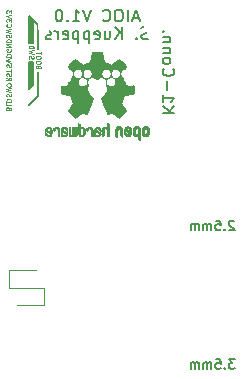
<source format=gbr>
%TF.GenerationSoftware,KiCad,Pcbnew,9.0.4*%
%TF.CreationDate,2025-09-03T13:38:36-07:00*%
%TF.ProjectId,k1-aioc,6b312d61-696f-4632-9e6b-696361645f70,rev?*%
%TF.SameCoordinates,Original*%
%TF.FileFunction,Legend,Bot*%
%TF.FilePolarity,Positive*%
%FSLAX46Y46*%
G04 Gerber Fmt 4.6, Leading zero omitted, Abs format (unit mm)*
G04 Created by KiCad (PCBNEW 9.0.4) date 2025-09-03 13:38:36*
%MOMM*%
%LPD*%
G01*
G04 APERTURE LIST*
%ADD10C,0.150000*%
%ADD11C,0.100000*%
%ADD12C,0.200000*%
%ADD13C,0.120000*%
%ADD14C,0.010000*%
G04 APERTURE END LIST*
D10*
X105900000Y-85150000D02*
X105900000Y-87250000D01*
X105750000Y-87400000D02*
X105750000Y-85150000D01*
X105750000Y-85150000D02*
X106050000Y-85150000D01*
X105750000Y-88750000D02*
X106500000Y-88000000D01*
X105750000Y-81250000D02*
X106500000Y-82000000D01*
X105750000Y-83500000D02*
X105750000Y-81250000D01*
X106500000Y-82000000D02*
X106500000Y-84000000D01*
X105750000Y-83500000D02*
X106050000Y-83500000D01*
X106500000Y-88000000D02*
X106500000Y-86000000D01*
X106050000Y-87100000D02*
X106050000Y-85150000D01*
X105750000Y-87400000D02*
X106050000Y-87100000D01*
X105900000Y-81400000D02*
X105900000Y-83500000D01*
X106050000Y-83500000D02*
X106050000Y-81550000D01*
D11*
X103820152Y-86469047D02*
X104010628Y-86602380D01*
X103820152Y-86697618D02*
X104220152Y-86697618D01*
X104220152Y-86697618D02*
X104220152Y-86545237D01*
X104220152Y-86545237D02*
X104201104Y-86507142D01*
X104201104Y-86507142D02*
X104182057Y-86488095D01*
X104182057Y-86488095D02*
X104143961Y-86469047D01*
X104143961Y-86469047D02*
X104086819Y-86469047D01*
X104086819Y-86469047D02*
X104048723Y-86488095D01*
X104048723Y-86488095D02*
X104029676Y-86507142D01*
X104029676Y-86507142D02*
X104010628Y-86545237D01*
X104010628Y-86545237D02*
X104010628Y-86697618D01*
X103839200Y-86316666D02*
X103820152Y-86259523D01*
X103820152Y-86259523D02*
X103820152Y-86164285D01*
X103820152Y-86164285D02*
X103839200Y-86126190D01*
X103839200Y-86126190D02*
X103858247Y-86107142D01*
X103858247Y-86107142D02*
X103896342Y-86088095D01*
X103896342Y-86088095D02*
X103934438Y-86088095D01*
X103934438Y-86088095D02*
X103972533Y-86107142D01*
X103972533Y-86107142D02*
X103991580Y-86126190D01*
X103991580Y-86126190D02*
X104010628Y-86164285D01*
X104010628Y-86164285D02*
X104029676Y-86240476D01*
X104029676Y-86240476D02*
X104048723Y-86278571D01*
X104048723Y-86278571D02*
X104067771Y-86297618D01*
X104067771Y-86297618D02*
X104105866Y-86316666D01*
X104105866Y-86316666D02*
X104143961Y-86316666D01*
X104143961Y-86316666D02*
X104182057Y-86297618D01*
X104182057Y-86297618D02*
X104201104Y-86278571D01*
X104201104Y-86278571D02*
X104220152Y-86240476D01*
X104220152Y-86240476D02*
X104220152Y-86145237D01*
X104220152Y-86145237D02*
X104201104Y-86088095D01*
X104220152Y-85973809D02*
X104220152Y-85745238D01*
X103820152Y-85859524D02*
X104220152Y-85859524D01*
X103839200Y-85542856D02*
X103820152Y-85485713D01*
X103820152Y-85485713D02*
X103820152Y-85390475D01*
X103820152Y-85390475D02*
X103839200Y-85352380D01*
X103839200Y-85352380D02*
X103858247Y-85333332D01*
X103858247Y-85333332D02*
X103896342Y-85314285D01*
X103896342Y-85314285D02*
X103934438Y-85314285D01*
X103934438Y-85314285D02*
X103972533Y-85333332D01*
X103972533Y-85333332D02*
X103991580Y-85352380D01*
X103991580Y-85352380D02*
X104010628Y-85390475D01*
X104010628Y-85390475D02*
X104029676Y-85466666D01*
X104029676Y-85466666D02*
X104048723Y-85504761D01*
X104048723Y-85504761D02*
X104067771Y-85523808D01*
X104067771Y-85523808D02*
X104105866Y-85542856D01*
X104105866Y-85542856D02*
X104143961Y-85542856D01*
X104143961Y-85542856D02*
X104182057Y-85523808D01*
X104182057Y-85523808D02*
X104201104Y-85504761D01*
X104201104Y-85504761D02*
X104220152Y-85466666D01*
X104220152Y-85466666D02*
X104220152Y-85371427D01*
X104220152Y-85371427D02*
X104201104Y-85314285D01*
X104220152Y-85180952D02*
X103820152Y-85085714D01*
X103820152Y-85085714D02*
X104105866Y-85009523D01*
X104105866Y-85009523D02*
X103820152Y-84933333D01*
X103820152Y-84933333D02*
X104220152Y-84838095D01*
X103820152Y-84685713D02*
X104220152Y-84685713D01*
X104220152Y-84685713D02*
X104220152Y-84590475D01*
X104220152Y-84590475D02*
X104201104Y-84533332D01*
X104201104Y-84533332D02*
X104163009Y-84495237D01*
X104163009Y-84495237D02*
X104124914Y-84476190D01*
X104124914Y-84476190D02*
X104048723Y-84457142D01*
X104048723Y-84457142D02*
X103991580Y-84457142D01*
X103991580Y-84457142D02*
X103915390Y-84476190D01*
X103915390Y-84476190D02*
X103877295Y-84495237D01*
X103877295Y-84495237D02*
X103839200Y-84533332D01*
X103839200Y-84533332D02*
X103820152Y-84590475D01*
X103820152Y-84590475D02*
X103820152Y-84685713D01*
X103839200Y-88052380D02*
X103820152Y-87995237D01*
X103820152Y-87995237D02*
X103820152Y-87899999D01*
X103820152Y-87899999D02*
X103839200Y-87861904D01*
X103839200Y-87861904D02*
X103858247Y-87842856D01*
X103858247Y-87842856D02*
X103896342Y-87823809D01*
X103896342Y-87823809D02*
X103934438Y-87823809D01*
X103934438Y-87823809D02*
X103972533Y-87842856D01*
X103972533Y-87842856D02*
X103991580Y-87861904D01*
X103991580Y-87861904D02*
X104010628Y-87899999D01*
X104010628Y-87899999D02*
X104029676Y-87976190D01*
X104029676Y-87976190D02*
X104048723Y-88014285D01*
X104048723Y-88014285D02*
X104067771Y-88033332D01*
X104067771Y-88033332D02*
X104105866Y-88052380D01*
X104105866Y-88052380D02*
X104143961Y-88052380D01*
X104143961Y-88052380D02*
X104182057Y-88033332D01*
X104182057Y-88033332D02*
X104201104Y-88014285D01*
X104201104Y-88014285D02*
X104220152Y-87976190D01*
X104220152Y-87976190D02*
X104220152Y-87880951D01*
X104220152Y-87880951D02*
X104201104Y-87823809D01*
X104220152Y-87690476D02*
X103820152Y-87595238D01*
X103820152Y-87595238D02*
X104105866Y-87519047D01*
X104105866Y-87519047D02*
X103820152Y-87442857D01*
X103820152Y-87442857D02*
X104220152Y-87347619D01*
X104220152Y-87119047D02*
X104220152Y-87042856D01*
X104220152Y-87042856D02*
X104201104Y-87004761D01*
X104201104Y-87004761D02*
X104163009Y-86966666D01*
X104163009Y-86966666D02*
X104086819Y-86947618D01*
X104086819Y-86947618D02*
X103953485Y-86947618D01*
X103953485Y-86947618D02*
X103877295Y-86966666D01*
X103877295Y-86966666D02*
X103839200Y-87004761D01*
X103839200Y-87004761D02*
X103820152Y-87042856D01*
X103820152Y-87042856D02*
X103820152Y-87119047D01*
X103820152Y-87119047D02*
X103839200Y-87157142D01*
X103839200Y-87157142D02*
X103877295Y-87195237D01*
X103877295Y-87195237D02*
X103953485Y-87214285D01*
X103953485Y-87214285D02*
X104086819Y-87214285D01*
X104086819Y-87214285D02*
X104163009Y-87195237D01*
X104163009Y-87195237D02*
X104201104Y-87157142D01*
X104201104Y-87157142D02*
X104220152Y-87119047D01*
X104201104Y-84054762D02*
X104220152Y-84092857D01*
X104220152Y-84092857D02*
X104220152Y-84150000D01*
X104220152Y-84150000D02*
X104201104Y-84207143D01*
X104201104Y-84207143D02*
X104163009Y-84245238D01*
X104163009Y-84245238D02*
X104124914Y-84264285D01*
X104124914Y-84264285D02*
X104048723Y-84283333D01*
X104048723Y-84283333D02*
X103991580Y-84283333D01*
X103991580Y-84283333D02*
X103915390Y-84264285D01*
X103915390Y-84264285D02*
X103877295Y-84245238D01*
X103877295Y-84245238D02*
X103839200Y-84207143D01*
X103839200Y-84207143D02*
X103820152Y-84150000D01*
X103820152Y-84150000D02*
X103820152Y-84111904D01*
X103820152Y-84111904D02*
X103839200Y-84054762D01*
X103839200Y-84054762D02*
X103858247Y-84035714D01*
X103858247Y-84035714D02*
X103991580Y-84035714D01*
X103991580Y-84035714D02*
X103991580Y-84111904D01*
X103820152Y-83864285D02*
X104220152Y-83864285D01*
X104220152Y-83864285D02*
X103820152Y-83635714D01*
X103820152Y-83635714D02*
X104220152Y-83635714D01*
X103820152Y-83445237D02*
X104220152Y-83445237D01*
X104220152Y-83445237D02*
X104220152Y-83349999D01*
X104220152Y-83349999D02*
X104201104Y-83292856D01*
X104201104Y-83292856D02*
X104163009Y-83254761D01*
X104163009Y-83254761D02*
X104124914Y-83235714D01*
X104124914Y-83235714D02*
X104048723Y-83216666D01*
X104048723Y-83216666D02*
X103991580Y-83216666D01*
X103991580Y-83216666D02*
X103915390Y-83235714D01*
X103915390Y-83235714D02*
X103877295Y-83254761D01*
X103877295Y-83254761D02*
X103839200Y-83292856D01*
X103839200Y-83292856D02*
X103820152Y-83349999D01*
X103820152Y-83349999D02*
X103820152Y-83445237D01*
X104029676Y-89083333D02*
X104010628Y-89026190D01*
X104010628Y-89026190D02*
X103991580Y-89007143D01*
X103991580Y-89007143D02*
X103953485Y-88988095D01*
X103953485Y-88988095D02*
X103896342Y-88988095D01*
X103896342Y-88988095D02*
X103858247Y-89007143D01*
X103858247Y-89007143D02*
X103839200Y-89026190D01*
X103839200Y-89026190D02*
X103820152Y-89064285D01*
X103820152Y-89064285D02*
X103820152Y-89216666D01*
X103820152Y-89216666D02*
X104220152Y-89216666D01*
X104220152Y-89216666D02*
X104220152Y-89083333D01*
X104220152Y-89083333D02*
X104201104Y-89045238D01*
X104201104Y-89045238D02*
X104182057Y-89026190D01*
X104182057Y-89026190D02*
X104143961Y-89007143D01*
X104143961Y-89007143D02*
X104105866Y-89007143D01*
X104105866Y-89007143D02*
X104067771Y-89026190D01*
X104067771Y-89026190D02*
X104048723Y-89045238D01*
X104048723Y-89045238D02*
X104029676Y-89083333D01*
X104029676Y-89083333D02*
X104029676Y-89216666D01*
X103820152Y-88626190D02*
X103820152Y-88816666D01*
X103820152Y-88816666D02*
X104220152Y-88816666D01*
X103820152Y-88492856D02*
X104220152Y-88492856D01*
X104220152Y-88492856D02*
X104220152Y-88397618D01*
X104220152Y-88397618D02*
X104201104Y-88340475D01*
X104201104Y-88340475D02*
X104163009Y-88302380D01*
X104163009Y-88302380D02*
X104124914Y-88283333D01*
X104124914Y-88283333D02*
X104048723Y-88264285D01*
X104048723Y-88264285D02*
X103991580Y-88264285D01*
X103991580Y-88264285D02*
X103915390Y-88283333D01*
X103915390Y-88283333D02*
X103877295Y-88302380D01*
X103877295Y-88302380D02*
X103839200Y-88340475D01*
X103839200Y-88340475D02*
X103820152Y-88397618D01*
X103820152Y-88397618D02*
X103820152Y-88492856D01*
X104220152Y-81745237D02*
X104220152Y-81497618D01*
X104220152Y-81497618D02*
X104067771Y-81630951D01*
X104067771Y-81630951D02*
X104067771Y-81573808D01*
X104067771Y-81573808D02*
X104048723Y-81535713D01*
X104048723Y-81535713D02*
X104029676Y-81516665D01*
X104029676Y-81516665D02*
X103991580Y-81497618D01*
X103991580Y-81497618D02*
X103896342Y-81497618D01*
X103896342Y-81497618D02*
X103858247Y-81516665D01*
X103858247Y-81516665D02*
X103839200Y-81535713D01*
X103839200Y-81535713D02*
X103820152Y-81573808D01*
X103820152Y-81573808D02*
X103820152Y-81688094D01*
X103820152Y-81688094D02*
X103839200Y-81726189D01*
X103839200Y-81726189D02*
X103858247Y-81745237D01*
X104220152Y-81383332D02*
X103820152Y-81249999D01*
X103820152Y-81249999D02*
X104220152Y-81116666D01*
X104220152Y-81021428D02*
X104220152Y-80773809D01*
X104220152Y-80773809D02*
X104067771Y-80907142D01*
X104067771Y-80907142D02*
X104067771Y-80849999D01*
X104067771Y-80849999D02*
X104048723Y-80811904D01*
X104048723Y-80811904D02*
X104029676Y-80792856D01*
X104029676Y-80792856D02*
X103991580Y-80773809D01*
X103991580Y-80773809D02*
X103896342Y-80773809D01*
X103896342Y-80773809D02*
X103858247Y-80792856D01*
X103858247Y-80792856D02*
X103839200Y-80811904D01*
X103839200Y-80811904D02*
X103820152Y-80849999D01*
X103820152Y-80849999D02*
X103820152Y-80964285D01*
X103820152Y-80964285D02*
X103839200Y-81002380D01*
X103839200Y-81002380D02*
X103858247Y-81021428D01*
D12*
X114999999Y-81416504D02*
X114523809Y-81416504D01*
X115095237Y-81702219D02*
X114761904Y-80702219D01*
X114761904Y-80702219D02*
X114428571Y-81702219D01*
X114095237Y-81702219D02*
X114095237Y-80702219D01*
X113428571Y-80702219D02*
X113238095Y-80702219D01*
X113238095Y-80702219D02*
X113142857Y-80749838D01*
X113142857Y-80749838D02*
X113047619Y-80845076D01*
X113047619Y-80845076D02*
X113000000Y-81035552D01*
X113000000Y-81035552D02*
X113000000Y-81368885D01*
X113000000Y-81368885D02*
X113047619Y-81559361D01*
X113047619Y-81559361D02*
X113142857Y-81654600D01*
X113142857Y-81654600D02*
X113238095Y-81702219D01*
X113238095Y-81702219D02*
X113428571Y-81702219D01*
X113428571Y-81702219D02*
X113523809Y-81654600D01*
X113523809Y-81654600D02*
X113619047Y-81559361D01*
X113619047Y-81559361D02*
X113666666Y-81368885D01*
X113666666Y-81368885D02*
X113666666Y-81035552D01*
X113666666Y-81035552D02*
X113619047Y-80845076D01*
X113619047Y-80845076D02*
X113523809Y-80749838D01*
X113523809Y-80749838D02*
X113428571Y-80702219D01*
X112000000Y-81606980D02*
X112047619Y-81654600D01*
X112047619Y-81654600D02*
X112190476Y-81702219D01*
X112190476Y-81702219D02*
X112285714Y-81702219D01*
X112285714Y-81702219D02*
X112428571Y-81654600D01*
X112428571Y-81654600D02*
X112523809Y-81559361D01*
X112523809Y-81559361D02*
X112571428Y-81464123D01*
X112571428Y-81464123D02*
X112619047Y-81273647D01*
X112619047Y-81273647D02*
X112619047Y-81130790D01*
X112619047Y-81130790D02*
X112571428Y-80940314D01*
X112571428Y-80940314D02*
X112523809Y-80845076D01*
X112523809Y-80845076D02*
X112428571Y-80749838D01*
X112428571Y-80749838D02*
X112285714Y-80702219D01*
X112285714Y-80702219D02*
X112190476Y-80702219D01*
X112190476Y-80702219D02*
X112047619Y-80749838D01*
X112047619Y-80749838D02*
X112000000Y-80797457D01*
X110952380Y-80702219D02*
X110619047Y-81702219D01*
X110619047Y-81702219D02*
X110285714Y-80702219D01*
X109428571Y-81702219D02*
X109999999Y-81702219D01*
X109714285Y-81702219D02*
X109714285Y-80702219D01*
X109714285Y-80702219D02*
X109809523Y-80845076D01*
X109809523Y-80845076D02*
X109904761Y-80940314D01*
X109904761Y-80940314D02*
X109999999Y-80987933D01*
X108999999Y-81606980D02*
X108952380Y-81654600D01*
X108952380Y-81654600D02*
X108999999Y-81702219D01*
X108999999Y-81702219D02*
X109047618Y-81654600D01*
X109047618Y-81654600D02*
X108999999Y-81606980D01*
X108999999Y-81606980D02*
X108999999Y-81702219D01*
X108333333Y-80702219D02*
X108238095Y-80702219D01*
X108238095Y-80702219D02*
X108142857Y-80749838D01*
X108142857Y-80749838D02*
X108095238Y-80797457D01*
X108095238Y-80797457D02*
X108047619Y-80892695D01*
X108047619Y-80892695D02*
X108000000Y-81083171D01*
X108000000Y-81083171D02*
X108000000Y-81321266D01*
X108000000Y-81321266D02*
X108047619Y-81511742D01*
X108047619Y-81511742D02*
X108095238Y-81606980D01*
X108095238Y-81606980D02*
X108142857Y-81654600D01*
X108142857Y-81654600D02*
X108238095Y-81702219D01*
X108238095Y-81702219D02*
X108333333Y-81702219D01*
X108333333Y-81702219D02*
X108428571Y-81654600D01*
X108428571Y-81654600D02*
X108476190Y-81606980D01*
X108476190Y-81606980D02*
X108523809Y-81511742D01*
X108523809Y-81511742D02*
X108571428Y-81321266D01*
X108571428Y-81321266D02*
X108571428Y-81083171D01*
X108571428Y-81083171D02*
X108523809Y-80892695D01*
X108523809Y-80892695D02*
X108476190Y-80797457D01*
X108476190Y-80797457D02*
X108428571Y-80749838D01*
X108428571Y-80749838D02*
X108333333Y-80702219D01*
X123154762Y-110309695D02*
X122659524Y-110309695D01*
X122659524Y-110309695D02*
X122926190Y-110614457D01*
X122926190Y-110614457D02*
X122811905Y-110614457D01*
X122811905Y-110614457D02*
X122735714Y-110652552D01*
X122735714Y-110652552D02*
X122697619Y-110690647D01*
X122697619Y-110690647D02*
X122659524Y-110766838D01*
X122659524Y-110766838D02*
X122659524Y-110957314D01*
X122659524Y-110957314D02*
X122697619Y-111033504D01*
X122697619Y-111033504D02*
X122735714Y-111071600D01*
X122735714Y-111071600D02*
X122811905Y-111109695D01*
X122811905Y-111109695D02*
X123040476Y-111109695D01*
X123040476Y-111109695D02*
X123116667Y-111071600D01*
X123116667Y-111071600D02*
X123154762Y-111033504D01*
X122316666Y-111033504D02*
X122278571Y-111071600D01*
X122278571Y-111071600D02*
X122316666Y-111109695D01*
X122316666Y-111109695D02*
X122354762Y-111071600D01*
X122354762Y-111071600D02*
X122316666Y-111033504D01*
X122316666Y-111033504D02*
X122316666Y-111109695D01*
X121554762Y-110309695D02*
X121935714Y-110309695D01*
X121935714Y-110309695D02*
X121973810Y-110690647D01*
X121973810Y-110690647D02*
X121935714Y-110652552D01*
X121935714Y-110652552D02*
X121859524Y-110614457D01*
X121859524Y-110614457D02*
X121669048Y-110614457D01*
X121669048Y-110614457D02*
X121592857Y-110652552D01*
X121592857Y-110652552D02*
X121554762Y-110690647D01*
X121554762Y-110690647D02*
X121516667Y-110766838D01*
X121516667Y-110766838D02*
X121516667Y-110957314D01*
X121516667Y-110957314D02*
X121554762Y-111033504D01*
X121554762Y-111033504D02*
X121592857Y-111071600D01*
X121592857Y-111071600D02*
X121669048Y-111109695D01*
X121669048Y-111109695D02*
X121859524Y-111109695D01*
X121859524Y-111109695D02*
X121935714Y-111071600D01*
X121935714Y-111071600D02*
X121973810Y-111033504D01*
X121173809Y-111109695D02*
X121173809Y-110576361D01*
X121173809Y-110652552D02*
X121135714Y-110614457D01*
X121135714Y-110614457D02*
X121059524Y-110576361D01*
X121059524Y-110576361D02*
X120945238Y-110576361D01*
X120945238Y-110576361D02*
X120869047Y-110614457D01*
X120869047Y-110614457D02*
X120830952Y-110690647D01*
X120830952Y-110690647D02*
X120830952Y-111109695D01*
X120830952Y-110690647D02*
X120792857Y-110614457D01*
X120792857Y-110614457D02*
X120716666Y-110576361D01*
X120716666Y-110576361D02*
X120602381Y-110576361D01*
X120602381Y-110576361D02*
X120526190Y-110614457D01*
X120526190Y-110614457D02*
X120488095Y-110690647D01*
X120488095Y-110690647D02*
X120488095Y-111109695D01*
X120107142Y-111109695D02*
X120107142Y-110576361D01*
X120107142Y-110652552D02*
X120069047Y-110614457D01*
X120069047Y-110614457D02*
X119992857Y-110576361D01*
X119992857Y-110576361D02*
X119878571Y-110576361D01*
X119878571Y-110576361D02*
X119802380Y-110614457D01*
X119802380Y-110614457D02*
X119764285Y-110690647D01*
X119764285Y-110690647D02*
X119764285Y-111109695D01*
X119764285Y-110690647D02*
X119726190Y-110614457D01*
X119726190Y-110614457D02*
X119649999Y-110576361D01*
X119649999Y-110576361D02*
X119535714Y-110576361D01*
X119535714Y-110576361D02*
X119459523Y-110614457D01*
X119459523Y-110614457D02*
X119421428Y-110690647D01*
X119421428Y-110690647D02*
X119421428Y-111109695D01*
D11*
X105739200Y-84842856D02*
X105720152Y-84785713D01*
X105720152Y-84785713D02*
X105720152Y-84690475D01*
X105720152Y-84690475D02*
X105739200Y-84652380D01*
X105739200Y-84652380D02*
X105758247Y-84633332D01*
X105758247Y-84633332D02*
X105796342Y-84614285D01*
X105796342Y-84614285D02*
X105834438Y-84614285D01*
X105834438Y-84614285D02*
X105872533Y-84633332D01*
X105872533Y-84633332D02*
X105891580Y-84652380D01*
X105891580Y-84652380D02*
X105910628Y-84690475D01*
X105910628Y-84690475D02*
X105929676Y-84766666D01*
X105929676Y-84766666D02*
X105948723Y-84804761D01*
X105948723Y-84804761D02*
X105967771Y-84823808D01*
X105967771Y-84823808D02*
X106005866Y-84842856D01*
X106005866Y-84842856D02*
X106043961Y-84842856D01*
X106043961Y-84842856D02*
X106082057Y-84823808D01*
X106082057Y-84823808D02*
X106101104Y-84804761D01*
X106101104Y-84804761D02*
X106120152Y-84766666D01*
X106120152Y-84766666D02*
X106120152Y-84671427D01*
X106120152Y-84671427D02*
X106101104Y-84614285D01*
X106120152Y-84480952D02*
X105720152Y-84385714D01*
X105720152Y-84385714D02*
X106005866Y-84309523D01*
X106005866Y-84309523D02*
X105720152Y-84233333D01*
X105720152Y-84233333D02*
X106120152Y-84138095D01*
X105720152Y-83985713D02*
X106120152Y-83985713D01*
X106120152Y-83985713D02*
X106120152Y-83890475D01*
X106120152Y-83890475D02*
X106101104Y-83833332D01*
X106101104Y-83833332D02*
X106063009Y-83795237D01*
X106063009Y-83795237D02*
X106024914Y-83776190D01*
X106024914Y-83776190D02*
X105948723Y-83757142D01*
X105948723Y-83757142D02*
X105891580Y-83757142D01*
X105891580Y-83757142D02*
X105815390Y-83776190D01*
X105815390Y-83776190D02*
X105777295Y-83795237D01*
X105777295Y-83795237D02*
X105739200Y-83833332D01*
X105739200Y-83833332D02*
X105720152Y-83890475D01*
X105720152Y-83890475D02*
X105720152Y-83985713D01*
D12*
X115833333Y-83154600D02*
X115690476Y-83202219D01*
X115690476Y-83202219D02*
X115452381Y-83202219D01*
X115452381Y-83202219D02*
X115357143Y-83154600D01*
X115357143Y-83154600D02*
X115309524Y-83106980D01*
X115309524Y-83106980D02*
X115261905Y-83011742D01*
X115261905Y-83011742D02*
X115261905Y-82916504D01*
X115261905Y-82916504D02*
X115309524Y-82821266D01*
X115309524Y-82821266D02*
X115357143Y-82773647D01*
X115357143Y-82773647D02*
X115452381Y-82726028D01*
X115452381Y-82726028D02*
X115642857Y-82678409D01*
X115642857Y-82678409D02*
X115738095Y-82630790D01*
X115738095Y-82630790D02*
X115785714Y-82583171D01*
X115785714Y-82583171D02*
X115833333Y-82487933D01*
X115833333Y-82487933D02*
X115833333Y-82392695D01*
X115833333Y-82392695D02*
X115785714Y-82297457D01*
X115785714Y-82297457D02*
X115738095Y-82249838D01*
X115738095Y-82249838D02*
X115642857Y-82202219D01*
X115642857Y-82202219D02*
X115404762Y-82202219D01*
X115404762Y-82202219D02*
X115261905Y-82249838D01*
X114833333Y-83106980D02*
X114785714Y-83154600D01*
X114785714Y-83154600D02*
X114833333Y-83202219D01*
X114833333Y-83202219D02*
X114880952Y-83154600D01*
X114880952Y-83154600D02*
X114833333Y-83106980D01*
X114833333Y-83106980D02*
X114833333Y-83202219D01*
X113595238Y-83202219D02*
X113595238Y-82202219D01*
X113023810Y-83202219D02*
X113452381Y-82630790D01*
X113023810Y-82202219D02*
X113595238Y-82773647D01*
X112166667Y-82535552D02*
X112166667Y-83202219D01*
X112595238Y-82535552D02*
X112595238Y-83059361D01*
X112595238Y-83059361D02*
X112547619Y-83154600D01*
X112547619Y-83154600D02*
X112452381Y-83202219D01*
X112452381Y-83202219D02*
X112309524Y-83202219D01*
X112309524Y-83202219D02*
X112214286Y-83154600D01*
X112214286Y-83154600D02*
X112166667Y-83106980D01*
X111309524Y-83154600D02*
X111404762Y-83202219D01*
X111404762Y-83202219D02*
X111595238Y-83202219D01*
X111595238Y-83202219D02*
X111690476Y-83154600D01*
X111690476Y-83154600D02*
X111738095Y-83059361D01*
X111738095Y-83059361D02*
X111738095Y-82678409D01*
X111738095Y-82678409D02*
X111690476Y-82583171D01*
X111690476Y-82583171D02*
X111595238Y-82535552D01*
X111595238Y-82535552D02*
X111404762Y-82535552D01*
X111404762Y-82535552D02*
X111309524Y-82583171D01*
X111309524Y-82583171D02*
X111261905Y-82678409D01*
X111261905Y-82678409D02*
X111261905Y-82773647D01*
X111261905Y-82773647D02*
X111738095Y-82868885D01*
X110833333Y-82535552D02*
X110833333Y-83535552D01*
X110833333Y-82583171D02*
X110738095Y-82535552D01*
X110738095Y-82535552D02*
X110547619Y-82535552D01*
X110547619Y-82535552D02*
X110452381Y-82583171D01*
X110452381Y-82583171D02*
X110404762Y-82630790D01*
X110404762Y-82630790D02*
X110357143Y-82726028D01*
X110357143Y-82726028D02*
X110357143Y-83011742D01*
X110357143Y-83011742D02*
X110404762Y-83106980D01*
X110404762Y-83106980D02*
X110452381Y-83154600D01*
X110452381Y-83154600D02*
X110547619Y-83202219D01*
X110547619Y-83202219D02*
X110738095Y-83202219D01*
X110738095Y-83202219D02*
X110833333Y-83154600D01*
X109928571Y-82535552D02*
X109928571Y-83535552D01*
X109928571Y-82583171D02*
X109833333Y-82535552D01*
X109833333Y-82535552D02*
X109642857Y-82535552D01*
X109642857Y-82535552D02*
X109547619Y-82583171D01*
X109547619Y-82583171D02*
X109500000Y-82630790D01*
X109500000Y-82630790D02*
X109452381Y-82726028D01*
X109452381Y-82726028D02*
X109452381Y-83011742D01*
X109452381Y-83011742D02*
X109500000Y-83106980D01*
X109500000Y-83106980D02*
X109547619Y-83154600D01*
X109547619Y-83154600D02*
X109642857Y-83202219D01*
X109642857Y-83202219D02*
X109833333Y-83202219D01*
X109833333Y-83202219D02*
X109928571Y-83154600D01*
X108642857Y-83154600D02*
X108738095Y-83202219D01*
X108738095Y-83202219D02*
X108928571Y-83202219D01*
X108928571Y-83202219D02*
X109023809Y-83154600D01*
X109023809Y-83154600D02*
X109071428Y-83059361D01*
X109071428Y-83059361D02*
X109071428Y-82678409D01*
X109071428Y-82678409D02*
X109023809Y-82583171D01*
X109023809Y-82583171D02*
X108928571Y-82535552D01*
X108928571Y-82535552D02*
X108738095Y-82535552D01*
X108738095Y-82535552D02*
X108642857Y-82583171D01*
X108642857Y-82583171D02*
X108595238Y-82678409D01*
X108595238Y-82678409D02*
X108595238Y-82773647D01*
X108595238Y-82773647D02*
X109071428Y-82868885D01*
X108166666Y-83202219D02*
X108166666Y-82535552D01*
X108166666Y-82726028D02*
X108119047Y-82630790D01*
X108119047Y-82630790D02*
X108071428Y-82583171D01*
X108071428Y-82583171D02*
X107976190Y-82535552D01*
X107976190Y-82535552D02*
X107880952Y-82535552D01*
X107595237Y-83154600D02*
X107499999Y-83202219D01*
X107499999Y-83202219D02*
X107309523Y-83202219D01*
X107309523Y-83202219D02*
X107214285Y-83154600D01*
X107214285Y-83154600D02*
X107166666Y-83059361D01*
X107166666Y-83059361D02*
X107166666Y-83011742D01*
X107166666Y-83011742D02*
X107214285Y-82916504D01*
X107214285Y-82916504D02*
X107309523Y-82868885D01*
X107309523Y-82868885D02*
X107452380Y-82868885D01*
X107452380Y-82868885D02*
X107547618Y-82821266D01*
X107547618Y-82821266D02*
X107595237Y-82726028D01*
X107595237Y-82726028D02*
X107595237Y-82678409D01*
X107595237Y-82678409D02*
X107547618Y-82583171D01*
X107547618Y-82583171D02*
X107452380Y-82535552D01*
X107452380Y-82535552D02*
X107309523Y-82535552D01*
X107309523Y-82535552D02*
X107214285Y-82583171D01*
X117047780Y-89452380D02*
X118047780Y-89452380D01*
X117047780Y-88880952D02*
X117619209Y-89309523D01*
X118047780Y-88880952D02*
X117476352Y-89452380D01*
X117047780Y-87928571D02*
X117047780Y-88499999D01*
X117047780Y-88214285D02*
X118047780Y-88214285D01*
X118047780Y-88214285D02*
X117904923Y-88309523D01*
X117904923Y-88309523D02*
X117809685Y-88404761D01*
X117809685Y-88404761D02*
X117762066Y-88499999D01*
X117428733Y-87499999D02*
X117428733Y-86738095D01*
X117143019Y-85690476D02*
X117095400Y-85738095D01*
X117095400Y-85738095D02*
X117047780Y-85880952D01*
X117047780Y-85880952D02*
X117047780Y-85976190D01*
X117047780Y-85976190D02*
X117095400Y-86119047D01*
X117095400Y-86119047D02*
X117190638Y-86214285D01*
X117190638Y-86214285D02*
X117285876Y-86261904D01*
X117285876Y-86261904D02*
X117476352Y-86309523D01*
X117476352Y-86309523D02*
X117619209Y-86309523D01*
X117619209Y-86309523D02*
X117809685Y-86261904D01*
X117809685Y-86261904D02*
X117904923Y-86214285D01*
X117904923Y-86214285D02*
X118000161Y-86119047D01*
X118000161Y-86119047D02*
X118047780Y-85976190D01*
X118047780Y-85976190D02*
X118047780Y-85880952D01*
X118047780Y-85880952D02*
X118000161Y-85738095D01*
X118000161Y-85738095D02*
X117952542Y-85690476D01*
X117047780Y-85119047D02*
X117095400Y-85214285D01*
X117095400Y-85214285D02*
X117143019Y-85261904D01*
X117143019Y-85261904D02*
X117238257Y-85309523D01*
X117238257Y-85309523D02*
X117523971Y-85309523D01*
X117523971Y-85309523D02*
X117619209Y-85261904D01*
X117619209Y-85261904D02*
X117666828Y-85214285D01*
X117666828Y-85214285D02*
X117714447Y-85119047D01*
X117714447Y-85119047D02*
X117714447Y-84976190D01*
X117714447Y-84976190D02*
X117666828Y-84880952D01*
X117666828Y-84880952D02*
X117619209Y-84833333D01*
X117619209Y-84833333D02*
X117523971Y-84785714D01*
X117523971Y-84785714D02*
X117238257Y-84785714D01*
X117238257Y-84785714D02*
X117143019Y-84833333D01*
X117143019Y-84833333D02*
X117095400Y-84880952D01*
X117095400Y-84880952D02*
X117047780Y-84976190D01*
X117047780Y-84976190D02*
X117047780Y-85119047D01*
X117714447Y-84357142D02*
X117047780Y-84357142D01*
X117619209Y-84357142D02*
X117666828Y-84309523D01*
X117666828Y-84309523D02*
X117714447Y-84214285D01*
X117714447Y-84214285D02*
X117714447Y-84071428D01*
X117714447Y-84071428D02*
X117666828Y-83976190D01*
X117666828Y-83976190D02*
X117571590Y-83928571D01*
X117571590Y-83928571D02*
X117047780Y-83928571D01*
X117714447Y-83452380D02*
X117047780Y-83452380D01*
X117619209Y-83452380D02*
X117666828Y-83404761D01*
X117666828Y-83404761D02*
X117714447Y-83309523D01*
X117714447Y-83309523D02*
X117714447Y-83166666D01*
X117714447Y-83166666D02*
X117666828Y-83071428D01*
X117666828Y-83071428D02*
X117571590Y-83023809D01*
X117571590Y-83023809D02*
X117047780Y-83023809D01*
X117143019Y-82547618D02*
X117095400Y-82499999D01*
X117095400Y-82499999D02*
X117047780Y-82547618D01*
X117047780Y-82547618D02*
X117095400Y-82595237D01*
X117095400Y-82595237D02*
X117143019Y-82547618D01*
X117143019Y-82547618D02*
X117047780Y-82547618D01*
X123116667Y-98635885D02*
X123078571Y-98597790D01*
X123078571Y-98597790D02*
X123002381Y-98559695D01*
X123002381Y-98559695D02*
X122811905Y-98559695D01*
X122811905Y-98559695D02*
X122735714Y-98597790D01*
X122735714Y-98597790D02*
X122697619Y-98635885D01*
X122697619Y-98635885D02*
X122659524Y-98712076D01*
X122659524Y-98712076D02*
X122659524Y-98788266D01*
X122659524Y-98788266D02*
X122697619Y-98902552D01*
X122697619Y-98902552D02*
X123154762Y-99359695D01*
X123154762Y-99359695D02*
X122659524Y-99359695D01*
X122316666Y-99283504D02*
X122278571Y-99321600D01*
X122278571Y-99321600D02*
X122316666Y-99359695D01*
X122316666Y-99359695D02*
X122354762Y-99321600D01*
X122354762Y-99321600D02*
X122316666Y-99283504D01*
X122316666Y-99283504D02*
X122316666Y-99359695D01*
X121554762Y-98559695D02*
X121935714Y-98559695D01*
X121935714Y-98559695D02*
X121973810Y-98940647D01*
X121973810Y-98940647D02*
X121935714Y-98902552D01*
X121935714Y-98902552D02*
X121859524Y-98864457D01*
X121859524Y-98864457D02*
X121669048Y-98864457D01*
X121669048Y-98864457D02*
X121592857Y-98902552D01*
X121592857Y-98902552D02*
X121554762Y-98940647D01*
X121554762Y-98940647D02*
X121516667Y-99016838D01*
X121516667Y-99016838D02*
X121516667Y-99207314D01*
X121516667Y-99207314D02*
X121554762Y-99283504D01*
X121554762Y-99283504D02*
X121592857Y-99321600D01*
X121592857Y-99321600D02*
X121669048Y-99359695D01*
X121669048Y-99359695D02*
X121859524Y-99359695D01*
X121859524Y-99359695D02*
X121935714Y-99321600D01*
X121935714Y-99321600D02*
X121973810Y-99283504D01*
X121173809Y-99359695D02*
X121173809Y-98826361D01*
X121173809Y-98902552D02*
X121135714Y-98864457D01*
X121135714Y-98864457D02*
X121059524Y-98826361D01*
X121059524Y-98826361D02*
X120945238Y-98826361D01*
X120945238Y-98826361D02*
X120869047Y-98864457D01*
X120869047Y-98864457D02*
X120830952Y-98940647D01*
X120830952Y-98940647D02*
X120830952Y-99359695D01*
X120830952Y-98940647D02*
X120792857Y-98864457D01*
X120792857Y-98864457D02*
X120716666Y-98826361D01*
X120716666Y-98826361D02*
X120602381Y-98826361D01*
X120602381Y-98826361D02*
X120526190Y-98864457D01*
X120526190Y-98864457D02*
X120488095Y-98940647D01*
X120488095Y-98940647D02*
X120488095Y-99359695D01*
X120107142Y-99359695D02*
X120107142Y-98826361D01*
X120107142Y-98902552D02*
X120069047Y-98864457D01*
X120069047Y-98864457D02*
X119992857Y-98826361D01*
X119992857Y-98826361D02*
X119878571Y-98826361D01*
X119878571Y-98826361D02*
X119802380Y-98864457D01*
X119802380Y-98864457D02*
X119764285Y-98940647D01*
X119764285Y-98940647D02*
X119764285Y-99359695D01*
X119764285Y-98940647D02*
X119726190Y-98864457D01*
X119726190Y-98864457D02*
X119649999Y-98826361D01*
X119649999Y-98826361D02*
X119535714Y-98826361D01*
X119535714Y-98826361D02*
X119459523Y-98864457D01*
X119459523Y-98864457D02*
X119421428Y-98940647D01*
X119421428Y-98940647D02*
X119421428Y-99359695D01*
D11*
X103839200Y-83042856D02*
X103820152Y-82985713D01*
X103820152Y-82985713D02*
X103820152Y-82890475D01*
X103820152Y-82890475D02*
X103839200Y-82852380D01*
X103839200Y-82852380D02*
X103858247Y-82833332D01*
X103858247Y-82833332D02*
X103896342Y-82814285D01*
X103896342Y-82814285D02*
X103934438Y-82814285D01*
X103934438Y-82814285D02*
X103972533Y-82833332D01*
X103972533Y-82833332D02*
X103991580Y-82852380D01*
X103991580Y-82852380D02*
X104010628Y-82890475D01*
X104010628Y-82890475D02*
X104029676Y-82966666D01*
X104029676Y-82966666D02*
X104048723Y-83004761D01*
X104048723Y-83004761D02*
X104067771Y-83023808D01*
X104067771Y-83023808D02*
X104105866Y-83042856D01*
X104105866Y-83042856D02*
X104143961Y-83042856D01*
X104143961Y-83042856D02*
X104182057Y-83023808D01*
X104182057Y-83023808D02*
X104201104Y-83004761D01*
X104201104Y-83004761D02*
X104220152Y-82966666D01*
X104220152Y-82966666D02*
X104220152Y-82871427D01*
X104220152Y-82871427D02*
X104201104Y-82814285D01*
X104220152Y-82680952D02*
X103820152Y-82585714D01*
X103820152Y-82585714D02*
X104105866Y-82509523D01*
X104105866Y-82509523D02*
X103820152Y-82433333D01*
X103820152Y-82433333D02*
X104220152Y-82338095D01*
X103858247Y-81957142D02*
X103839200Y-81976190D01*
X103839200Y-81976190D02*
X103820152Y-82033332D01*
X103820152Y-82033332D02*
X103820152Y-82071428D01*
X103820152Y-82071428D02*
X103839200Y-82128571D01*
X103839200Y-82128571D02*
X103877295Y-82166666D01*
X103877295Y-82166666D02*
X103915390Y-82185713D01*
X103915390Y-82185713D02*
X103991580Y-82204761D01*
X103991580Y-82204761D02*
X104048723Y-82204761D01*
X104048723Y-82204761D02*
X104124914Y-82185713D01*
X104124914Y-82185713D02*
X104163009Y-82166666D01*
X104163009Y-82166666D02*
X104201104Y-82128571D01*
X104201104Y-82128571D02*
X104220152Y-82071428D01*
X104220152Y-82071428D02*
X104220152Y-82033332D01*
X104220152Y-82033332D02*
X104201104Y-81976190D01*
X104201104Y-81976190D02*
X104182057Y-81957142D01*
X106529676Y-85542857D02*
X106510628Y-85485714D01*
X106510628Y-85485714D02*
X106491580Y-85466667D01*
X106491580Y-85466667D02*
X106453485Y-85447619D01*
X106453485Y-85447619D02*
X106396342Y-85447619D01*
X106396342Y-85447619D02*
X106358247Y-85466667D01*
X106358247Y-85466667D02*
X106339200Y-85485714D01*
X106339200Y-85485714D02*
X106320152Y-85523809D01*
X106320152Y-85523809D02*
X106320152Y-85676190D01*
X106320152Y-85676190D02*
X106720152Y-85676190D01*
X106720152Y-85676190D02*
X106720152Y-85542857D01*
X106720152Y-85542857D02*
X106701104Y-85504762D01*
X106701104Y-85504762D02*
X106682057Y-85485714D01*
X106682057Y-85485714D02*
X106643961Y-85466667D01*
X106643961Y-85466667D02*
X106605866Y-85466667D01*
X106605866Y-85466667D02*
X106567771Y-85485714D01*
X106567771Y-85485714D02*
X106548723Y-85504762D01*
X106548723Y-85504762D02*
X106529676Y-85542857D01*
X106529676Y-85542857D02*
X106529676Y-85676190D01*
X106720152Y-85200000D02*
X106720152Y-85123809D01*
X106720152Y-85123809D02*
X106701104Y-85085714D01*
X106701104Y-85085714D02*
X106663009Y-85047619D01*
X106663009Y-85047619D02*
X106586819Y-85028571D01*
X106586819Y-85028571D02*
X106453485Y-85028571D01*
X106453485Y-85028571D02*
X106377295Y-85047619D01*
X106377295Y-85047619D02*
X106339200Y-85085714D01*
X106339200Y-85085714D02*
X106320152Y-85123809D01*
X106320152Y-85123809D02*
X106320152Y-85200000D01*
X106320152Y-85200000D02*
X106339200Y-85238095D01*
X106339200Y-85238095D02*
X106377295Y-85276190D01*
X106377295Y-85276190D02*
X106453485Y-85295238D01*
X106453485Y-85295238D02*
X106586819Y-85295238D01*
X106586819Y-85295238D02*
X106663009Y-85276190D01*
X106663009Y-85276190D02*
X106701104Y-85238095D01*
X106701104Y-85238095D02*
X106720152Y-85200000D01*
X106720152Y-84780952D02*
X106720152Y-84704761D01*
X106720152Y-84704761D02*
X106701104Y-84666666D01*
X106701104Y-84666666D02*
X106663009Y-84628571D01*
X106663009Y-84628571D02*
X106586819Y-84609523D01*
X106586819Y-84609523D02*
X106453485Y-84609523D01*
X106453485Y-84609523D02*
X106377295Y-84628571D01*
X106377295Y-84628571D02*
X106339200Y-84666666D01*
X106339200Y-84666666D02*
X106320152Y-84704761D01*
X106320152Y-84704761D02*
X106320152Y-84780952D01*
X106320152Y-84780952D02*
X106339200Y-84819047D01*
X106339200Y-84819047D02*
X106377295Y-84857142D01*
X106377295Y-84857142D02*
X106453485Y-84876190D01*
X106453485Y-84876190D02*
X106586819Y-84876190D01*
X106586819Y-84876190D02*
X106663009Y-84857142D01*
X106663009Y-84857142D02*
X106701104Y-84819047D01*
X106701104Y-84819047D02*
X106720152Y-84780952D01*
X106720152Y-84495237D02*
X106720152Y-84266666D01*
X106320152Y-84380952D02*
X106720152Y-84380952D01*
D13*
%TO.C,D4*%
X104700000Y-104265000D02*
X106985000Y-104265000D01*
X106985000Y-104265000D02*
X106985000Y-105735000D01*
X106985000Y-105735000D02*
X104700000Y-105735000D01*
%TO.C,D3*%
X104015000Y-102765000D02*
X106300000Y-102765000D01*
X104015000Y-104235000D02*
X104015000Y-102765000D01*
X106300000Y-104235000D02*
X104015000Y-104235000D01*
D14*
%TO.C,REF\u002A\u002A*%
X108111501Y-90626476D02*
X108192167Y-90656440D01*
X108225714Y-90678954D01*
X108259687Y-90711212D01*
X108283919Y-90752246D01*
X108300001Y-90808108D01*
X108309521Y-90884851D01*
X108314068Y-90988525D01*
X108315231Y-91125184D01*
X108315003Y-91195805D01*
X108313860Y-91292308D01*
X108311919Y-91369323D01*
X108309365Y-91420319D01*
X108306381Y-91438769D01*
X108286962Y-91432667D01*
X108247766Y-91416095D01*
X108246589Y-91415558D01*
X108226235Y-91404903D01*
X108212546Y-91390282D01*
X108204199Y-91364673D01*
X108199874Y-91321054D01*
X108198248Y-91252403D01*
X108198000Y-91151698D01*
X108197500Y-91087813D01*
X108192164Y-90967751D01*
X108179945Y-90879809D01*
X108159552Y-90819375D01*
X108129695Y-90781836D01*
X108089082Y-90762581D01*
X108083448Y-90761239D01*
X108007378Y-90760191D01*
X107948052Y-90794271D01*
X107907077Y-90862598D01*
X107899770Y-90882351D01*
X107883114Y-90926066D01*
X107874679Y-90946155D01*
X107857356Y-90943387D01*
X107819525Y-90928365D01*
X107784240Y-90903556D01*
X107768154Y-90856670D01*
X107772952Y-90823087D01*
X107802431Y-90754967D01*
X107850098Y-90691134D01*
X107905839Y-90646988D01*
X107929193Y-90636782D01*
X108017619Y-90619718D01*
X108111501Y-90626476D01*
G36*
X108111501Y-90626476D02*
G01*
X108192167Y-90656440D01*
X108225714Y-90678954D01*
X108259687Y-90711212D01*
X108283919Y-90752246D01*
X108300001Y-90808108D01*
X108309521Y-90884851D01*
X108314068Y-90988525D01*
X108315231Y-91125184D01*
X108315003Y-91195805D01*
X108313860Y-91292308D01*
X108311919Y-91369323D01*
X108309365Y-91420319D01*
X108306381Y-91438769D01*
X108286962Y-91432667D01*
X108247766Y-91416095D01*
X108246589Y-91415558D01*
X108226235Y-91404903D01*
X108212546Y-91390282D01*
X108204199Y-91364673D01*
X108199874Y-91321054D01*
X108198248Y-91252403D01*
X108198000Y-91151698D01*
X108197500Y-91087813D01*
X108192164Y-90967751D01*
X108179945Y-90879809D01*
X108159552Y-90819375D01*
X108129695Y-90781836D01*
X108089082Y-90762581D01*
X108083448Y-90761239D01*
X108007378Y-90760191D01*
X107948052Y-90794271D01*
X107907077Y-90862598D01*
X107899770Y-90882351D01*
X107883114Y-90926066D01*
X107874679Y-90946155D01*
X107857356Y-90943387D01*
X107819525Y-90928365D01*
X107784240Y-90903556D01*
X107768154Y-90856670D01*
X107772952Y-90823087D01*
X107802431Y-90754967D01*
X107850098Y-90691134D01*
X107905839Y-90646988D01*
X107929193Y-90636782D01*
X108017619Y-90619718D01*
X108111501Y-90626476D01*
G37*
X113426372Y-90581684D02*
X113517629Y-90624569D01*
X113592416Y-90698729D01*
X113607917Y-90721944D01*
X113620774Y-90748256D01*
X113629893Y-90781420D01*
X113636102Y-90827881D01*
X113640233Y-90894082D01*
X113643116Y-90986468D01*
X113645579Y-91111485D01*
X113651697Y-91458278D01*
X113600303Y-91438738D01*
X113553246Y-91420787D01*
X113518015Y-91403511D01*
X113495017Y-91381242D01*
X113481655Y-91347165D01*
X113475328Y-91294463D01*
X113473437Y-91216323D01*
X113473385Y-91105928D01*
X113473117Y-91017935D01*
X113471521Y-90933502D01*
X113467712Y-90875834D01*
X113460820Y-90837988D01*
X113449975Y-90813024D01*
X113434308Y-90794000D01*
X113395792Y-90767153D01*
X113331091Y-90757034D01*
X113267081Y-90782606D01*
X113262856Y-90785880D01*
X113249689Y-90801007D01*
X113239975Y-90825268D01*
X113232903Y-90864650D01*
X113227656Y-90925141D01*
X113223421Y-91012729D01*
X113219385Y-91133402D01*
X113209615Y-91456515D01*
X113043539Y-91382065D01*
X113043539Y-91087062D01*
X113043883Y-91006919D01*
X113046847Y-90895431D01*
X113054351Y-90812421D01*
X113068190Y-90751199D01*
X113090155Y-90705075D01*
X113122039Y-90667358D01*
X113165633Y-90631358D01*
X113228336Y-90595089D01*
X113327117Y-90571412D01*
X113426372Y-90581684D01*
G36*
X113426372Y-90581684D02*
G01*
X113517629Y-90624569D01*
X113592416Y-90698729D01*
X113607917Y-90721944D01*
X113620774Y-90748256D01*
X113629893Y-90781420D01*
X113636102Y-90827881D01*
X113640233Y-90894082D01*
X113643116Y-90986468D01*
X113645579Y-91111485D01*
X113651697Y-91458278D01*
X113600303Y-91438738D01*
X113553246Y-91420787D01*
X113518015Y-91403511D01*
X113495017Y-91381242D01*
X113481655Y-91347165D01*
X113475328Y-91294463D01*
X113473437Y-91216323D01*
X113473385Y-91105928D01*
X113473117Y-91017935D01*
X113471521Y-90933502D01*
X113467712Y-90875834D01*
X113460820Y-90837988D01*
X113449975Y-90813024D01*
X113434308Y-90794000D01*
X113395792Y-90767153D01*
X113331091Y-90757034D01*
X113267081Y-90782606D01*
X113262856Y-90785880D01*
X113249689Y-90801007D01*
X113239975Y-90825268D01*
X113232903Y-90864650D01*
X113227656Y-90925141D01*
X113223421Y-91012729D01*
X113219385Y-91133402D01*
X113209615Y-91456515D01*
X113043539Y-91382065D01*
X113043539Y-91087062D01*
X113043883Y-91006919D01*
X113046847Y-90895431D01*
X113054351Y-90812421D01*
X113068190Y-90751199D01*
X113090155Y-90705075D01*
X113122039Y-90667358D01*
X113165633Y-90631358D01*
X113228336Y-90595089D01*
X113327117Y-90571412D01*
X113426372Y-90581684D01*
G37*
X110971892Y-90647167D02*
X110978060Y-90650581D01*
X111028447Y-90689692D01*
X111073498Y-90739975D01*
X111081355Y-90751339D01*
X111096376Y-90777860D01*
X111107107Y-90809336D01*
X111114486Y-90852591D01*
X111119452Y-90914449D01*
X111122942Y-91001733D01*
X111125893Y-91121269D01*
X111126311Y-91141478D01*
X111127654Y-91272499D01*
X111125761Y-91365296D01*
X111120605Y-91420507D01*
X111112158Y-91438769D01*
X111086594Y-91433301D01*
X111043166Y-91416733D01*
X111032940Y-91411888D01*
X111016967Y-91400920D01*
X111005954Y-91382890D01*
X110998750Y-91351396D01*
X110994208Y-91300036D01*
X110991180Y-91222410D01*
X110988516Y-91112115D01*
X110987785Y-91079875D01*
X110984965Y-90978050D01*
X110981304Y-90906788D01*
X110975694Y-90859332D01*
X110967029Y-90828925D01*
X110954202Y-90808810D01*
X110936105Y-90792229D01*
X110882525Y-90763161D01*
X110816612Y-90757564D01*
X110757635Y-90779807D01*
X110715203Y-90825859D01*
X110698923Y-90891692D01*
X110698470Y-90909587D01*
X110689578Y-90941982D01*
X110663325Y-90946925D01*
X110611919Y-90927633D01*
X110600013Y-90921446D01*
X110567835Y-90885058D01*
X110567198Y-90830954D01*
X110597856Y-90756128D01*
X110625978Y-90715350D01*
X110697883Y-90657421D01*
X110786638Y-90624670D01*
X110881542Y-90620212D01*
X110971892Y-90647167D01*
G36*
X110971892Y-90647167D02*
G01*
X110978060Y-90650581D01*
X111028447Y-90689692D01*
X111073498Y-90739975D01*
X111081355Y-90751339D01*
X111096376Y-90777860D01*
X111107107Y-90809336D01*
X111114486Y-90852591D01*
X111119452Y-90914449D01*
X111122942Y-91001733D01*
X111125893Y-91121269D01*
X111126311Y-91141478D01*
X111127654Y-91272499D01*
X111125761Y-91365296D01*
X111120605Y-91420507D01*
X111112158Y-91438769D01*
X111086594Y-91433301D01*
X111043166Y-91416733D01*
X111032940Y-91411888D01*
X111016967Y-91400920D01*
X111005954Y-91382890D01*
X110998750Y-91351396D01*
X110994208Y-91300036D01*
X110991180Y-91222410D01*
X110988516Y-91112115D01*
X110987785Y-91079875D01*
X110984965Y-90978050D01*
X110981304Y-90906788D01*
X110975694Y-90859332D01*
X110967029Y-90828925D01*
X110954202Y-90808810D01*
X110936105Y-90792229D01*
X110882525Y-90763161D01*
X110816612Y-90757564D01*
X110757635Y-90779807D01*
X110715203Y-90825859D01*
X110698923Y-90891692D01*
X110698470Y-90909587D01*
X110689578Y-90941982D01*
X110663325Y-90946925D01*
X110611919Y-90927633D01*
X110600013Y-90921446D01*
X110567835Y-90885058D01*
X110567198Y-90830954D01*
X110597856Y-90756128D01*
X110625978Y-90715350D01*
X110697883Y-90657421D01*
X110786638Y-90624670D01*
X110881542Y-90620212D01*
X110971892Y-90647167D01*
G37*
X112476923Y-90381806D02*
X112476923Y-90916455D01*
X112476660Y-91055094D01*
X112475958Y-91179805D01*
X112474883Y-91285557D01*
X112473500Y-91367322D01*
X112471874Y-91420069D01*
X112470070Y-91438769D01*
X112469364Y-91438706D01*
X112445387Y-91431912D01*
X112401685Y-91417320D01*
X112340154Y-91395870D01*
X112340154Y-91120617D01*
X112339763Y-91012466D01*
X112337946Y-90934026D01*
X112333767Y-90880647D01*
X112326286Y-90845256D01*
X112314567Y-90820779D01*
X112297671Y-90800144D01*
X112286152Y-90789170D01*
X112223864Y-90758775D01*
X112155211Y-90761466D01*
X112092298Y-90797406D01*
X112083139Y-90806325D01*
X112068471Y-90824844D01*
X112058433Y-90849326D01*
X112052151Y-90886393D01*
X112048748Y-90942667D01*
X112047349Y-91024771D01*
X112047077Y-91139329D01*
X112046947Y-91197430D01*
X112046099Y-91292993D01*
X112044594Y-91369526D01*
X112042585Y-91420345D01*
X112040223Y-91438769D01*
X112039518Y-91438706D01*
X112015541Y-91431912D01*
X111971839Y-91417320D01*
X111910308Y-91395870D01*
X111910338Y-91119358D01*
X111910384Y-91094742D01*
X111912970Y-90966419D01*
X111920913Y-90869384D01*
X111936155Y-90797057D01*
X111960636Y-90742855D01*
X111996298Y-90700198D01*
X112045082Y-90662505D01*
X112092661Y-90638910D01*
X112168732Y-90620672D01*
X112243556Y-90619636D01*
X112301077Y-90637378D01*
X112305402Y-90639829D01*
X112318738Y-90639566D01*
X112327851Y-90619039D01*
X112334428Y-90571980D01*
X112340154Y-90492120D01*
X112349923Y-90328236D01*
X112476923Y-90381806D01*
G36*
X112476923Y-90381806D02*
G01*
X112476923Y-90916455D01*
X112476660Y-91055094D01*
X112475958Y-91179805D01*
X112474883Y-91285557D01*
X112473500Y-91367322D01*
X112471874Y-91420069D01*
X112470070Y-91438769D01*
X112469364Y-91438706D01*
X112445387Y-91431912D01*
X112401685Y-91417320D01*
X112340154Y-91395870D01*
X112340154Y-91120617D01*
X112339763Y-91012466D01*
X112337946Y-90934026D01*
X112333767Y-90880647D01*
X112326286Y-90845256D01*
X112314567Y-90820779D01*
X112297671Y-90800144D01*
X112286152Y-90789170D01*
X112223864Y-90758775D01*
X112155211Y-90761466D01*
X112092298Y-90797406D01*
X112083139Y-90806325D01*
X112068471Y-90824844D01*
X112058433Y-90849326D01*
X112052151Y-90886393D01*
X112048748Y-90942667D01*
X112047349Y-91024771D01*
X112047077Y-91139329D01*
X112046947Y-91197430D01*
X112046099Y-91292993D01*
X112044594Y-91369526D01*
X112042585Y-91420345D01*
X112040223Y-91438769D01*
X112039518Y-91438706D01*
X112015541Y-91431912D01*
X111971839Y-91417320D01*
X111910308Y-91395870D01*
X111910338Y-91119358D01*
X111910384Y-91094742D01*
X111912970Y-90966419D01*
X111920913Y-90869384D01*
X111936155Y-90797057D01*
X111960636Y-90742855D01*
X111996298Y-90700198D01*
X112045082Y-90662505D01*
X112092661Y-90638910D01*
X112168732Y-90620672D01*
X112243556Y-90619636D01*
X112301077Y-90637378D01*
X112305402Y-90639829D01*
X112318738Y-90639566D01*
X112327851Y-90619039D01*
X112334428Y-90571980D01*
X112340154Y-90492120D01*
X112349923Y-90328236D01*
X112476923Y-90381806D01*
G37*
X109687998Y-90624034D02*
X109730850Y-90640829D01*
X109780615Y-90663503D01*
X109780615Y-91318533D01*
X109718785Y-91380363D01*
X109704662Y-91394228D01*
X109665536Y-91425046D01*
X109626078Y-91435028D01*
X109567362Y-91430433D01*
X109543456Y-91427462D01*
X109481801Y-91421176D01*
X109438692Y-91418672D01*
X109425905Y-91419055D01*
X109373446Y-91423200D01*
X109310022Y-91430433D01*
X109289730Y-91432918D01*
X109238610Y-91433895D01*
X109201207Y-91418462D01*
X109158599Y-91380363D01*
X109096769Y-91318533D01*
X109096769Y-90968343D01*
X109097251Y-90864857D01*
X109098753Y-90766192D01*
X109101089Y-90688068D01*
X109104071Y-90636662D01*
X109107509Y-90618154D01*
X109108230Y-90618204D01*
X109133203Y-90627413D01*
X109175399Y-90647707D01*
X109232549Y-90677261D01*
X109237928Y-90984746D01*
X109243308Y-91292231D01*
X109360539Y-91292231D01*
X109365885Y-90955192D01*
X109367579Y-90863574D01*
X109370005Y-90765649D01*
X109372634Y-90687906D01*
X109375246Y-90636642D01*
X109377623Y-90618154D01*
X109378306Y-90618219D01*
X109401996Y-90625020D01*
X109445546Y-90639604D01*
X109507077Y-90661054D01*
X109507376Y-90957104D01*
X109507676Y-91008532D01*
X109509754Y-91108466D01*
X109513470Y-91191925D01*
X109518430Y-91251377D01*
X109524240Y-91279287D01*
X109545024Y-91294214D01*
X109587440Y-91298825D01*
X109634077Y-91292231D01*
X109639423Y-90955192D01*
X109641336Y-90869546D01*
X109645303Y-90768172D01*
X109650491Y-90688655D01*
X109656499Y-90636736D01*
X109662927Y-90618154D01*
X109687998Y-90624034D01*
G36*
X109687998Y-90624034D02*
G01*
X109730850Y-90640829D01*
X109780615Y-90663503D01*
X109780615Y-91318533D01*
X109718785Y-91380363D01*
X109704662Y-91394228D01*
X109665536Y-91425046D01*
X109626078Y-91435028D01*
X109567362Y-91430433D01*
X109543456Y-91427462D01*
X109481801Y-91421176D01*
X109438692Y-91418672D01*
X109425905Y-91419055D01*
X109373446Y-91423200D01*
X109310022Y-91430433D01*
X109289730Y-91432918D01*
X109238610Y-91433895D01*
X109201207Y-91418462D01*
X109158599Y-91380363D01*
X109096769Y-91318533D01*
X109096769Y-90968343D01*
X109097251Y-90864857D01*
X109098753Y-90766192D01*
X109101089Y-90688068D01*
X109104071Y-90636662D01*
X109107509Y-90618154D01*
X109108230Y-90618204D01*
X109133203Y-90627413D01*
X109175399Y-90647707D01*
X109232549Y-90677261D01*
X109237928Y-90984746D01*
X109243308Y-91292231D01*
X109360539Y-91292231D01*
X109365885Y-90955192D01*
X109367579Y-90863574D01*
X109370005Y-90765649D01*
X109372634Y-90687906D01*
X109375246Y-90636642D01*
X109377623Y-90618154D01*
X109378306Y-90618219D01*
X109401996Y-90625020D01*
X109445546Y-90639604D01*
X109507077Y-90661054D01*
X109507376Y-90957104D01*
X109507676Y-91008532D01*
X109509754Y-91108466D01*
X109513470Y-91191925D01*
X109518430Y-91251377D01*
X109524240Y-91279287D01*
X109545024Y-91294214D01*
X109587440Y-91298825D01*
X109634077Y-91292231D01*
X109639423Y-90955192D01*
X109641336Y-90869546D01*
X109645303Y-90768172D01*
X109650491Y-90688655D01*
X109656499Y-90636736D01*
X109662927Y-90618154D01*
X109687998Y-90624034D01*
G37*
X115896154Y-91008923D02*
X115896135Y-91030105D01*
X115895076Y-91124584D01*
X115891436Y-91190414D01*
X115883892Y-91236394D01*
X115871122Y-91271321D01*
X115851803Y-91303995D01*
X115847050Y-91310775D01*
X115796759Y-91364231D01*
X115739457Y-91404547D01*
X115710032Y-91417629D01*
X115604299Y-91439450D01*
X115499734Y-91425336D01*
X115403368Y-91377105D01*
X115322235Y-91296579D01*
X115315385Y-91285791D01*
X115293097Y-91223153D01*
X115278079Y-91135935D01*
X115270792Y-91035210D01*
X115271611Y-90942037D01*
X115468796Y-90942037D01*
X115470349Y-91071114D01*
X115470974Y-91079420D01*
X115480077Y-91150643D01*
X115496288Y-91195809D01*
X115523660Y-91226752D01*
X115569553Y-91255737D01*
X115614942Y-91257261D01*
X115661692Y-91223846D01*
X115669824Y-91215053D01*
X115685754Y-91188741D01*
X115695159Y-91150520D01*
X115699632Y-91091349D01*
X115700769Y-91002182D01*
X115698822Y-90918664D01*
X115689105Y-90839095D01*
X115669047Y-90788808D01*
X115636240Y-90762513D01*
X115588280Y-90754923D01*
X115570016Y-90756432D01*
X115518848Y-90784107D01*
X115485035Y-90846172D01*
X115468796Y-90942037D01*
X115271611Y-90942037D01*
X115271699Y-90932052D01*
X115281262Y-90837533D01*
X115299943Y-90762727D01*
X115323951Y-90712905D01*
X115391536Y-90635409D01*
X115483114Y-90587256D01*
X115595213Y-90570703D01*
X115625151Y-90571599D01*
X115713315Y-90589929D01*
X115785733Y-90636104D01*
X115852192Y-90715648D01*
X115856147Y-90721548D01*
X115874040Y-90753288D01*
X115885678Y-90789163D01*
X115892371Y-90837906D01*
X115895426Y-90908249D01*
X115896106Y-91002182D01*
X115896154Y-91008923D01*
G36*
X115896154Y-91008923D02*
G01*
X115896135Y-91030105D01*
X115895076Y-91124584D01*
X115891436Y-91190414D01*
X115883892Y-91236394D01*
X115871122Y-91271321D01*
X115851803Y-91303995D01*
X115847050Y-91310775D01*
X115796759Y-91364231D01*
X115739457Y-91404547D01*
X115710032Y-91417629D01*
X115604299Y-91439450D01*
X115499734Y-91425336D01*
X115403368Y-91377105D01*
X115322235Y-91296579D01*
X115315385Y-91285791D01*
X115293097Y-91223153D01*
X115278079Y-91135935D01*
X115270792Y-91035210D01*
X115271611Y-90942037D01*
X115468796Y-90942037D01*
X115470349Y-91071114D01*
X115470974Y-91079420D01*
X115480077Y-91150643D01*
X115496288Y-91195809D01*
X115523660Y-91226752D01*
X115569553Y-91255737D01*
X115614942Y-91257261D01*
X115661692Y-91223846D01*
X115669824Y-91215053D01*
X115685754Y-91188741D01*
X115695159Y-91150520D01*
X115699632Y-91091349D01*
X115700769Y-91002182D01*
X115698822Y-90918664D01*
X115689105Y-90839095D01*
X115669047Y-90788808D01*
X115636240Y-90762513D01*
X115588280Y-90754923D01*
X115570016Y-90756432D01*
X115518848Y-90784107D01*
X115485035Y-90846172D01*
X115468796Y-90942037D01*
X115271611Y-90942037D01*
X115271699Y-90932052D01*
X115281262Y-90837533D01*
X115299943Y-90762727D01*
X115323951Y-90712905D01*
X115391536Y-90635409D01*
X115483114Y-90587256D01*
X115595213Y-90570703D01*
X115625151Y-90571599D01*
X115713315Y-90589929D01*
X115785733Y-90636104D01*
X115852192Y-90715648D01*
X115856147Y-90721548D01*
X115874040Y-90753288D01*
X115885678Y-90789163D01*
X115892371Y-90837906D01*
X115895426Y-90908249D01*
X115896106Y-91002182D01*
X115896154Y-91008923D01*
G37*
X107650794Y-91032376D02*
X107650413Y-91084449D01*
X107645641Y-91187047D01*
X107633150Y-91262126D01*
X107610121Y-91317748D01*
X107573732Y-91361975D01*
X107521162Y-91402869D01*
X107487714Y-91421466D01*
X107434098Y-91433991D01*
X107358780Y-91433003D01*
X107316672Y-91429035D01*
X107265879Y-91416920D01*
X107225280Y-91390585D01*
X107178049Y-91341514D01*
X107171738Y-91334346D01*
X107129277Y-91279189D01*
X107109018Y-91231150D01*
X107103846Y-91174184D01*
X107103846Y-91090471D01*
X107162346Y-91112552D01*
X107204994Y-91138364D01*
X107242064Y-91198928D01*
X107249803Y-91218320D01*
X107293074Y-91273235D01*
X107351976Y-91300879D01*
X107416111Y-91298393D01*
X107475077Y-91262923D01*
X107495342Y-91240805D01*
X107513720Y-91207436D01*
X107507971Y-91177117D01*
X107474887Y-91145913D01*
X107411261Y-91109887D01*
X107313885Y-91065103D01*
X107113615Y-90977445D01*
X107108301Y-90890607D01*
X107110299Y-90835296D01*
X107240783Y-90835296D01*
X107250688Y-90869538D01*
X107295756Y-90906096D01*
X107377557Y-90947692D01*
X107391092Y-90953718D01*
X107455818Y-90981753D01*
X107504247Y-91001472D01*
X107526751Y-91008923D01*
X107530161Y-91003438D01*
X107531529Y-90969948D01*
X107526651Y-90916116D01*
X107514364Y-90863473D01*
X107476041Y-90797151D01*
X107420720Y-90759780D01*
X107354640Y-90754721D01*
X107284040Y-90785339D01*
X107264474Y-90800648D01*
X107240783Y-90835296D01*
X107110299Y-90835296D01*
X107110647Y-90825663D01*
X107140186Y-90743590D01*
X107177472Y-90698361D01*
X107254776Y-90647838D01*
X107346478Y-90622316D01*
X107441274Y-90624336D01*
X107527859Y-90656440D01*
X107546920Y-90668767D01*
X107590640Y-90706912D01*
X107620540Y-90755167D01*
X107638968Y-90820710D01*
X107648270Y-90910720D01*
X107649499Y-90969948D01*
X107650794Y-91032376D01*
G36*
X107650794Y-91032376D02*
G01*
X107650413Y-91084449D01*
X107645641Y-91187047D01*
X107633150Y-91262126D01*
X107610121Y-91317748D01*
X107573732Y-91361975D01*
X107521162Y-91402869D01*
X107487714Y-91421466D01*
X107434098Y-91433991D01*
X107358780Y-91433003D01*
X107316672Y-91429035D01*
X107265879Y-91416920D01*
X107225280Y-91390585D01*
X107178049Y-91341514D01*
X107171738Y-91334346D01*
X107129277Y-91279189D01*
X107109018Y-91231150D01*
X107103846Y-91174184D01*
X107103846Y-91090471D01*
X107162346Y-91112552D01*
X107204994Y-91138364D01*
X107242064Y-91198928D01*
X107249803Y-91218320D01*
X107293074Y-91273235D01*
X107351976Y-91300879D01*
X107416111Y-91298393D01*
X107475077Y-91262923D01*
X107495342Y-91240805D01*
X107513720Y-91207436D01*
X107507971Y-91177117D01*
X107474887Y-91145913D01*
X107411261Y-91109887D01*
X107313885Y-91065103D01*
X107113615Y-90977445D01*
X107108301Y-90890607D01*
X107110299Y-90835296D01*
X107240783Y-90835296D01*
X107250688Y-90869538D01*
X107295756Y-90906096D01*
X107377557Y-90947692D01*
X107391092Y-90953718D01*
X107455818Y-90981753D01*
X107504247Y-91001472D01*
X107526751Y-91008923D01*
X107530161Y-91003438D01*
X107531529Y-90969948D01*
X107526651Y-90916116D01*
X107514364Y-90863473D01*
X107476041Y-90797151D01*
X107420720Y-90759780D01*
X107354640Y-90754721D01*
X107284040Y-90785339D01*
X107264474Y-90800648D01*
X107240783Y-90835296D01*
X107110299Y-90835296D01*
X107110647Y-90825663D01*
X107140186Y-90743590D01*
X107177472Y-90698361D01*
X107254776Y-90647838D01*
X107346478Y-90622316D01*
X107441274Y-90624336D01*
X107527859Y-90656440D01*
X107546920Y-90668767D01*
X107590640Y-90706912D01*
X107620540Y-90755167D01*
X107638968Y-90820710D01*
X107648270Y-90910720D01*
X107649499Y-90969948D01*
X107650794Y-91032376D01*
G37*
X110464401Y-91028462D02*
X110462839Y-91104652D01*
X110451810Y-91208507D01*
X110427814Y-91286333D01*
X110388043Y-91345760D01*
X110329688Y-91394418D01*
X110274100Y-91422546D01*
X110180751Y-91438199D01*
X110087530Y-91421084D01*
X110003272Y-91373388D01*
X109936818Y-91297294D01*
X109928793Y-91283262D01*
X109918196Y-91258679D01*
X109910335Y-91227309D01*
X109904807Y-91183769D01*
X109901206Y-91122678D01*
X109899128Y-91038655D01*
X109899064Y-91031200D01*
X110034615Y-91031200D01*
X110035077Y-91102316D01*
X110037999Y-91166641D01*
X110045221Y-91208166D01*
X110058561Y-91236067D01*
X110079836Y-91259517D01*
X110084821Y-91264025D01*
X110148863Y-91297295D01*
X110216625Y-91293890D01*
X110279734Y-91254042D01*
X110298526Y-91233398D01*
X110314254Y-91206029D01*
X110323039Y-91168192D01*
X110326859Y-91110355D01*
X110327692Y-91022986D01*
X110327281Y-90956319D01*
X110324434Y-90891245D01*
X110317256Y-90849251D01*
X110303889Y-90821063D01*
X110282472Y-90797406D01*
X110269890Y-90786753D01*
X110204699Y-90758057D01*
X110136400Y-90762575D01*
X110077098Y-90800144D01*
X110064333Y-90815040D01*
X110048764Y-90843089D01*
X110039762Y-90882258D01*
X110035617Y-90941858D01*
X110034615Y-91031200D01*
X109899064Y-91031200D01*
X109898167Y-90926320D01*
X109897919Y-90780289D01*
X109897846Y-90326963D01*
X109961346Y-90353564D01*
X109978136Y-90360845D01*
X110004859Y-90377287D01*
X110020156Y-90402187D01*
X110028563Y-90445732D01*
X110034615Y-90518106D01*
X110040144Y-90583089D01*
X110047450Y-90625750D01*
X110057918Y-90641670D01*
X110073692Y-90637400D01*
X110113890Y-90622397D01*
X110185728Y-90618678D01*
X110263010Y-90632572D01*
X110329688Y-90662505D01*
X110366371Y-90690211D01*
X110413472Y-90744269D01*
X110443638Y-90813577D01*
X110459678Y-90905765D01*
X110464191Y-91022986D01*
X110464401Y-91028462D01*
G36*
X110464401Y-91028462D02*
G01*
X110462839Y-91104652D01*
X110451810Y-91208507D01*
X110427814Y-91286333D01*
X110388043Y-91345760D01*
X110329688Y-91394418D01*
X110274100Y-91422546D01*
X110180751Y-91438199D01*
X110087530Y-91421084D01*
X110003272Y-91373388D01*
X109936818Y-91297294D01*
X109928793Y-91283262D01*
X109918196Y-91258679D01*
X109910335Y-91227309D01*
X109904807Y-91183769D01*
X109901206Y-91122678D01*
X109899128Y-91038655D01*
X109899064Y-91031200D01*
X110034615Y-91031200D01*
X110035077Y-91102316D01*
X110037999Y-91166641D01*
X110045221Y-91208166D01*
X110058561Y-91236067D01*
X110079836Y-91259517D01*
X110084821Y-91264025D01*
X110148863Y-91297295D01*
X110216625Y-91293890D01*
X110279734Y-91254042D01*
X110298526Y-91233398D01*
X110314254Y-91206029D01*
X110323039Y-91168192D01*
X110326859Y-91110355D01*
X110327692Y-91022986D01*
X110327281Y-90956319D01*
X110324434Y-90891245D01*
X110317256Y-90849251D01*
X110303889Y-90821063D01*
X110282472Y-90797406D01*
X110269890Y-90786753D01*
X110204699Y-90758057D01*
X110136400Y-90762575D01*
X110077098Y-90800144D01*
X110064333Y-90815040D01*
X110048764Y-90843089D01*
X110039762Y-90882258D01*
X110035617Y-90941858D01*
X110034615Y-91031200D01*
X109899064Y-91031200D01*
X109898167Y-90926320D01*
X109897919Y-90780289D01*
X109897846Y-90326963D01*
X109961346Y-90353564D01*
X109978136Y-90360845D01*
X110004859Y-90377287D01*
X110020156Y-90402187D01*
X110028563Y-90445732D01*
X110034615Y-90518106D01*
X110040144Y-90583089D01*
X110047450Y-90625750D01*
X110057918Y-90641670D01*
X110073692Y-90637400D01*
X110113890Y-90622397D01*
X110185728Y-90618678D01*
X110263010Y-90632572D01*
X110329688Y-90662505D01*
X110366371Y-90690211D01*
X110413472Y-90744269D01*
X110443638Y-90813577D01*
X110459678Y-90905765D01*
X110464191Y-91022986D01*
X110464401Y-91028462D01*
G37*
X114410787Y-90953536D02*
X114404574Y-91101643D01*
X114401066Y-91133021D01*
X114374927Y-91244705D01*
X114327694Y-91329642D01*
X114255862Y-91394741D01*
X114251802Y-91397428D01*
X114160487Y-91435634D01*
X114065144Y-91439034D01*
X113973274Y-91409939D01*
X113892379Y-91350660D01*
X113829962Y-91263510D01*
X113828914Y-91261409D01*
X113808173Y-91207289D01*
X113792980Y-91145781D01*
X113784921Y-91088039D01*
X113785582Y-91045215D01*
X113796548Y-91028462D01*
X113806290Y-91029480D01*
X113852877Y-91048009D01*
X113905682Y-91082081D01*
X113950603Y-91121522D01*
X113973535Y-91156155D01*
X113997373Y-91203133D01*
X114046230Y-91245862D01*
X114102963Y-91262923D01*
X114123758Y-91257990D01*
X114164804Y-91233157D01*
X114200557Y-91198685D01*
X114215846Y-91167411D01*
X114215842Y-91167295D01*
X114198495Y-91152933D01*
X114152247Y-91127025D01*
X114084067Y-91093210D01*
X114000923Y-91055129D01*
X114000466Y-91054927D01*
X113910138Y-91014709D01*
X113849592Y-90985733D01*
X113812888Y-90963474D01*
X113794086Y-90943407D01*
X113787246Y-90921009D01*
X113786429Y-90891756D01*
X113792113Y-90836363D01*
X113985000Y-90836363D01*
X114004911Y-90853777D01*
X114054521Y-90879872D01*
X114055976Y-90880610D01*
X114114506Y-90908483D01*
X114166868Y-90930719D01*
X114200086Y-90940126D01*
X114213410Y-90927552D01*
X114215846Y-90884468D01*
X114205724Y-90830847D01*
X114170631Y-90782119D01*
X114119823Y-90756856D01*
X114063181Y-90759406D01*
X114010584Y-90794120D01*
X113989910Y-90818107D01*
X113985000Y-90836363D01*
X113792113Y-90836363D01*
X113793622Y-90821654D01*
X113829184Y-90726412D01*
X113888714Y-90651567D01*
X113965746Y-90599745D01*
X114053815Y-90573573D01*
X114146454Y-90575676D01*
X114237198Y-90608681D01*
X114319579Y-90675215D01*
X114365222Y-90741055D01*
X114398008Y-90835036D01*
X114403339Y-90884468D01*
X114410787Y-90953536D01*
G36*
X114410787Y-90953536D02*
G01*
X114404574Y-91101643D01*
X114401066Y-91133021D01*
X114374927Y-91244705D01*
X114327694Y-91329642D01*
X114255862Y-91394741D01*
X114251802Y-91397428D01*
X114160487Y-91435634D01*
X114065144Y-91439034D01*
X113973274Y-91409939D01*
X113892379Y-91350660D01*
X113829962Y-91263510D01*
X113828914Y-91261409D01*
X113808173Y-91207289D01*
X113792980Y-91145781D01*
X113784921Y-91088039D01*
X113785582Y-91045215D01*
X113796548Y-91028462D01*
X113806290Y-91029480D01*
X113852877Y-91048009D01*
X113905682Y-91082081D01*
X113950603Y-91121522D01*
X113973535Y-91156155D01*
X113997373Y-91203133D01*
X114046230Y-91245862D01*
X114102963Y-91262923D01*
X114123758Y-91257990D01*
X114164804Y-91233157D01*
X114200557Y-91198685D01*
X114215846Y-91167411D01*
X114215842Y-91167295D01*
X114198495Y-91152933D01*
X114152247Y-91127025D01*
X114084067Y-91093210D01*
X114000923Y-91055129D01*
X114000466Y-91054927D01*
X113910138Y-91014709D01*
X113849592Y-90985733D01*
X113812888Y-90963474D01*
X113794086Y-90943407D01*
X113787246Y-90921009D01*
X113786429Y-90891756D01*
X113792113Y-90836363D01*
X113985000Y-90836363D01*
X114004911Y-90853777D01*
X114054521Y-90879872D01*
X114055976Y-90880610D01*
X114114506Y-90908483D01*
X114166868Y-90930719D01*
X114200086Y-90940126D01*
X114213410Y-90927552D01*
X114215846Y-90884468D01*
X114205724Y-90830847D01*
X114170631Y-90782119D01*
X114119823Y-90756856D01*
X114063181Y-90759406D01*
X114010584Y-90794120D01*
X113989910Y-90818107D01*
X113985000Y-90836363D01*
X113792113Y-90836363D01*
X113793622Y-90821654D01*
X113829184Y-90726412D01*
X113888714Y-90651567D01*
X113965746Y-90599745D01*
X114053815Y-90573573D01*
X114146454Y-90575676D01*
X114237198Y-90608681D01*
X114319579Y-90675215D01*
X114365222Y-90741055D01*
X114398008Y-90835036D01*
X114403339Y-90884468D01*
X114410787Y-90953536D01*
G37*
X111620458Y-90639228D02*
X111687622Y-90678389D01*
X111717169Y-90708902D01*
X111773948Y-90800110D01*
X111793077Y-90899548D01*
X111793077Y-90967960D01*
X111730191Y-90941518D01*
X111686700Y-90914837D01*
X111652426Y-90859446D01*
X111648907Y-90848024D01*
X111611028Y-90789838D01*
X111553936Y-90758407D01*
X111488383Y-90757058D01*
X111425117Y-90789116D01*
X111415672Y-90797383D01*
X111384087Y-90833311D01*
X111378871Y-90864635D01*
X111402765Y-90895391D01*
X111458510Y-90929617D01*
X111548846Y-90971350D01*
X111554956Y-90973993D01*
X111655241Y-91020755D01*
X111723735Y-91062181D01*
X111765899Y-91103542D01*
X111787193Y-91150111D01*
X111793077Y-91207160D01*
X111785366Y-91270408D01*
X111746430Y-91351364D01*
X111677932Y-91409522D01*
X111628388Y-91426983D01*
X111558469Y-91436537D01*
X111490575Y-91434496D01*
X111442093Y-91420082D01*
X111436943Y-91416493D01*
X111423267Y-91391416D01*
X111432757Y-91347218D01*
X111449246Y-91312527D01*
X111475687Y-91298084D01*
X111525834Y-91298803D01*
X111595453Y-91294660D01*
X111640943Y-91266054D01*
X111656308Y-91213104D01*
X111656294Y-91211582D01*
X111646983Y-91180845D01*
X111615311Y-91152643D01*
X111553731Y-91120136D01*
X111469986Y-91080998D01*
X111414518Y-91059706D01*
X111382497Y-91061079D01*
X111367534Y-91089203D01*
X111363242Y-91148170D01*
X111363231Y-91242068D01*
X111362752Y-91300031D01*
X111360556Y-91371612D01*
X111356986Y-91420606D01*
X111352491Y-91438769D01*
X111351290Y-91438646D01*
X111325319Y-91428802D01*
X111282305Y-91408028D01*
X111222859Y-91377287D01*
X111229923Y-91100298D01*
X111230414Y-91081928D01*
X111236025Y-90952992D01*
X111245938Y-90855814D01*
X111262175Y-90783925D01*
X111286759Y-90730852D01*
X111321715Y-90690127D01*
X111369064Y-90655279D01*
X111369940Y-90654733D01*
X111446499Y-90626303D01*
X111535044Y-90621500D01*
X111620458Y-90639228D01*
G36*
X111620458Y-90639228D02*
G01*
X111687622Y-90678389D01*
X111717169Y-90708902D01*
X111773948Y-90800110D01*
X111793077Y-90899548D01*
X111793077Y-90967960D01*
X111730191Y-90941518D01*
X111686700Y-90914837D01*
X111652426Y-90859446D01*
X111648907Y-90848024D01*
X111611028Y-90789838D01*
X111553936Y-90758407D01*
X111488383Y-90757058D01*
X111425117Y-90789116D01*
X111415672Y-90797383D01*
X111384087Y-90833311D01*
X111378871Y-90864635D01*
X111402765Y-90895391D01*
X111458510Y-90929617D01*
X111548846Y-90971350D01*
X111554956Y-90973993D01*
X111655241Y-91020755D01*
X111723735Y-91062181D01*
X111765899Y-91103542D01*
X111787193Y-91150111D01*
X111793077Y-91207160D01*
X111785366Y-91270408D01*
X111746430Y-91351364D01*
X111677932Y-91409522D01*
X111628388Y-91426983D01*
X111558469Y-91436537D01*
X111490575Y-91434496D01*
X111442093Y-91420082D01*
X111436943Y-91416493D01*
X111423267Y-91391416D01*
X111432757Y-91347218D01*
X111449246Y-91312527D01*
X111475687Y-91298084D01*
X111525834Y-91298803D01*
X111595453Y-91294660D01*
X111640943Y-91266054D01*
X111656308Y-91213104D01*
X111656294Y-91211582D01*
X111646983Y-91180845D01*
X111615311Y-91152643D01*
X111553731Y-91120136D01*
X111469986Y-91080998D01*
X111414518Y-91059706D01*
X111382497Y-91061079D01*
X111367534Y-91089203D01*
X111363242Y-91148170D01*
X111363231Y-91242068D01*
X111362752Y-91300031D01*
X111360556Y-91371612D01*
X111356986Y-91420606D01*
X111352491Y-91438769D01*
X111351290Y-91438646D01*
X111325319Y-91428802D01*
X111282305Y-91408028D01*
X111222859Y-91377287D01*
X111229923Y-91100298D01*
X111230414Y-91081928D01*
X111236025Y-90952992D01*
X111245938Y-90855814D01*
X111262175Y-90783925D01*
X111286759Y-90730852D01*
X111321715Y-90690127D01*
X111369064Y-90655279D01*
X111369940Y-90654733D01*
X111446499Y-90626303D01*
X111535044Y-90621500D01*
X111620458Y-90639228D01*
G37*
X108763936Y-90619911D02*
X108805807Y-90630547D01*
X108844791Y-90657062D01*
X108894965Y-90706420D01*
X108927232Y-90741279D01*
X108960844Y-90786534D01*
X108976003Y-90828951D01*
X108979539Y-90882768D01*
X108979539Y-90970850D01*
X108919470Y-90939787D01*
X108871867Y-90901936D01*
X108839261Y-90850950D01*
X108833661Y-90837088D01*
X108790992Y-90783358D01*
X108731707Y-90756417D01*
X108667061Y-90759039D01*
X108608308Y-90794000D01*
X108583450Y-90822394D01*
X108568970Y-90858718D01*
X108584470Y-90891046D01*
X108632667Y-90923565D01*
X108716274Y-90960461D01*
X108728962Y-90965557D01*
X108805078Y-90998907D01*
X108870396Y-91031793D01*
X108911953Y-91057769D01*
X108953576Y-91104167D01*
X108981247Y-91178211D01*
X108978310Y-91257670D01*
X108945571Y-91332868D01*
X108883841Y-91394131D01*
X108833858Y-91420210D01*
X108737303Y-91438470D01*
X108683647Y-91436007D01*
X108633976Y-91422687D01*
X108614919Y-91394739D01*
X108622045Y-91348710D01*
X108624118Y-91342624D01*
X108640556Y-91310349D01*
X108667926Y-91298133D01*
X108720068Y-91298950D01*
X108756884Y-91300061D01*
X108799961Y-91290528D01*
X108829475Y-91262026D01*
X108846286Y-91226935D01*
X108848161Y-91190175D01*
X108848074Y-91189961D01*
X108826279Y-91170098D01*
X108779632Y-91141192D01*
X108719278Y-91108886D01*
X108656360Y-91078823D01*
X108602023Y-91056646D01*
X108567410Y-91048000D01*
X108562260Y-91056467D01*
X108555778Y-91096309D01*
X108551339Y-91161371D01*
X108549692Y-91243385D01*
X108549309Y-91300153D01*
X108547505Y-91371648D01*
X108544558Y-91420610D01*
X108540843Y-91438769D01*
X108521424Y-91432667D01*
X108482227Y-91416095D01*
X108432462Y-91393420D01*
X108432462Y-91102509D01*
X108432780Y-91027940D01*
X108435789Y-90914701D01*
X108443454Y-90830692D01*
X108457562Y-90769520D01*
X108479899Y-90724795D01*
X108512253Y-90690124D01*
X108556410Y-90659117D01*
X108612667Y-90633528D01*
X108716540Y-90618154D01*
X108763936Y-90619911D01*
G36*
X108763936Y-90619911D02*
G01*
X108805807Y-90630547D01*
X108844791Y-90657062D01*
X108894965Y-90706420D01*
X108927232Y-90741279D01*
X108960844Y-90786534D01*
X108976003Y-90828951D01*
X108979539Y-90882768D01*
X108979539Y-90970850D01*
X108919470Y-90939787D01*
X108871867Y-90901936D01*
X108839261Y-90850950D01*
X108833661Y-90837088D01*
X108790992Y-90783358D01*
X108731707Y-90756417D01*
X108667061Y-90759039D01*
X108608308Y-90794000D01*
X108583450Y-90822394D01*
X108568970Y-90858718D01*
X108584470Y-90891046D01*
X108632667Y-90923565D01*
X108716274Y-90960461D01*
X108728962Y-90965557D01*
X108805078Y-90998907D01*
X108870396Y-91031793D01*
X108911953Y-91057769D01*
X108953576Y-91104167D01*
X108981247Y-91178211D01*
X108978310Y-91257670D01*
X108945571Y-91332868D01*
X108883841Y-91394131D01*
X108833858Y-91420210D01*
X108737303Y-91438470D01*
X108683647Y-91436007D01*
X108633976Y-91422687D01*
X108614919Y-91394739D01*
X108622045Y-91348710D01*
X108624118Y-91342624D01*
X108640556Y-91310349D01*
X108667926Y-91298133D01*
X108720068Y-91298950D01*
X108756884Y-91300061D01*
X108799961Y-91290528D01*
X108829475Y-91262026D01*
X108846286Y-91226935D01*
X108848161Y-91190175D01*
X108848074Y-91189961D01*
X108826279Y-91170098D01*
X108779632Y-91141192D01*
X108719278Y-91108886D01*
X108656360Y-91078823D01*
X108602023Y-91056646D01*
X108567410Y-91048000D01*
X108562260Y-91056467D01*
X108555778Y-91096309D01*
X108551339Y-91161371D01*
X108549692Y-91243385D01*
X108549309Y-91300153D01*
X108547505Y-91371648D01*
X108544558Y-91420610D01*
X108540843Y-91438769D01*
X108521424Y-91432667D01*
X108482227Y-91416095D01*
X108432462Y-91393420D01*
X108432462Y-91102509D01*
X108432780Y-91027940D01*
X108435789Y-90914701D01*
X108443454Y-90830692D01*
X108457562Y-90769520D01*
X108479899Y-90724795D01*
X108512253Y-90690124D01*
X108556410Y-90659117D01*
X108612667Y-90633528D01*
X108716540Y-90618154D01*
X108763936Y-90619911D01*
G37*
X115147828Y-91098205D02*
X115149763Y-91248269D01*
X115150300Y-91291802D01*
X115152019Y-91437344D01*
X115152365Y-91548711D01*
X115150277Y-91629804D01*
X115144698Y-91684522D01*
X115134567Y-91716761D01*
X115118826Y-91730422D01*
X115096417Y-91729403D01*
X115066280Y-91717603D01*
X115027355Y-91698920D01*
X115019038Y-91694933D01*
X114984402Y-91675419D01*
X114966314Y-91652202D01*
X114959392Y-91613492D01*
X114958256Y-91547497D01*
X114958205Y-91429000D01*
X114836141Y-91429000D01*
X114761055Y-91425712D01*
X114702015Y-91412377D01*
X114652986Y-91385423D01*
X114649330Y-91382788D01*
X114599581Y-91338286D01*
X114564959Y-91284523D01*
X114543123Y-91214154D01*
X114531737Y-91119830D01*
X114528959Y-91013271D01*
X114723846Y-91013271D01*
X114723880Y-91031131D01*
X114725735Y-91111748D01*
X114731693Y-91164447D01*
X114743506Y-91198668D01*
X114762923Y-91223846D01*
X114764133Y-91225049D01*
X114811858Y-91257628D01*
X114858110Y-91254417D01*
X114910350Y-91214965D01*
X114923128Y-91201482D01*
X114941949Y-91173837D01*
X114952562Y-91137880D01*
X114957252Y-91083364D01*
X114958308Y-91000042D01*
X114957394Y-90949598D01*
X114947477Y-90857857D01*
X114924842Y-90797752D01*
X114887238Y-90764900D01*
X114832416Y-90754923D01*
X114809317Y-90757050D01*
X114769350Y-90778147D01*
X114742926Y-90825161D01*
X114728330Y-90902175D01*
X114723846Y-91013271D01*
X114528959Y-91013271D01*
X114528462Y-90994206D01*
X114529187Y-90902536D01*
X114532490Y-90833098D01*
X114539828Y-90784945D01*
X114552655Y-90748866D01*
X114572423Y-90715648D01*
X114590569Y-90690261D01*
X114656461Y-90621727D01*
X114731114Y-90584505D01*
X114824904Y-90572722D01*
X114932240Y-90584467D01*
X115025031Y-90626595D01*
X115098421Y-90700898D01*
X115103954Y-90708764D01*
X115116857Y-90729668D01*
X115126742Y-90753555D01*
X115134093Y-90785582D01*
X115139394Y-90830905D01*
X115143127Y-90894679D01*
X115145778Y-90982060D01*
X115146096Y-91000042D01*
X115147828Y-91098205D01*
G36*
X115147828Y-91098205D02*
G01*
X115149763Y-91248269D01*
X115150300Y-91291802D01*
X115152019Y-91437344D01*
X115152365Y-91548711D01*
X115150277Y-91629804D01*
X115144698Y-91684522D01*
X115134567Y-91716761D01*
X115118826Y-91730422D01*
X115096417Y-91729403D01*
X115066280Y-91717603D01*
X115027355Y-91698920D01*
X115019038Y-91694933D01*
X114984402Y-91675419D01*
X114966314Y-91652202D01*
X114959392Y-91613492D01*
X114958256Y-91547497D01*
X114958205Y-91429000D01*
X114836141Y-91429000D01*
X114761055Y-91425712D01*
X114702015Y-91412377D01*
X114652986Y-91385423D01*
X114649330Y-91382788D01*
X114599581Y-91338286D01*
X114564959Y-91284523D01*
X114543123Y-91214154D01*
X114531737Y-91119830D01*
X114528959Y-91013271D01*
X114723846Y-91013271D01*
X114723880Y-91031131D01*
X114725735Y-91111748D01*
X114731693Y-91164447D01*
X114743506Y-91198668D01*
X114762923Y-91223846D01*
X114764133Y-91225049D01*
X114811858Y-91257628D01*
X114858110Y-91254417D01*
X114910350Y-91214965D01*
X114923128Y-91201482D01*
X114941949Y-91173837D01*
X114952562Y-91137880D01*
X114957252Y-91083364D01*
X114958308Y-91000042D01*
X114957394Y-90949598D01*
X114947477Y-90857857D01*
X114924842Y-90797752D01*
X114887238Y-90764900D01*
X114832416Y-90754923D01*
X114809317Y-90757050D01*
X114769350Y-90778147D01*
X114742926Y-90825161D01*
X114728330Y-90902175D01*
X114723846Y-91013271D01*
X114528959Y-91013271D01*
X114528462Y-90994206D01*
X114529187Y-90902536D01*
X114532490Y-90833098D01*
X114539828Y-90784945D01*
X114552655Y-90748866D01*
X114572423Y-90715648D01*
X114590569Y-90690261D01*
X114656461Y-90621727D01*
X114731114Y-90584505D01*
X114824904Y-90572722D01*
X114932240Y-90584467D01*
X115025031Y-90626595D01*
X115098421Y-90700898D01*
X115103954Y-90708764D01*
X115116857Y-90729668D01*
X115126742Y-90753555D01*
X115134093Y-90785582D01*
X115139394Y-90830905D01*
X115143127Y-90894679D01*
X115145778Y-90982060D01*
X115146096Y-91000042D01*
X115147828Y-91098205D01*
G37*
X111517575Y-84287693D02*
X111653371Y-84287807D01*
X111755576Y-84288472D01*
X111829122Y-84290182D01*
X111878942Y-84293429D01*
X111909967Y-84298706D01*
X111927129Y-84306507D01*
X111935361Y-84317325D01*
X111939594Y-84331654D01*
X111939716Y-84332168D01*
X111946672Y-84365851D01*
X111959320Y-84430917D01*
X111976360Y-84520542D01*
X111996496Y-84627904D01*
X112018429Y-84746178D01*
X112020218Y-84755856D01*
X112042083Y-84870650D01*
X112062430Y-84971480D01*
X112079934Y-85052217D01*
X112093271Y-85106734D01*
X112101116Y-85128901D01*
X112101158Y-85128936D01*
X112125884Y-85141200D01*
X112176631Y-85161576D01*
X112242462Y-85185674D01*
X112246169Y-85186983D01*
X112330331Y-85218791D01*
X112428230Y-85258685D01*
X112519435Y-85298353D01*
X112669407Y-85366420D01*
X113001499Y-85139639D01*
X113024889Y-85123688D01*
X113125080Y-85055890D01*
X113214480Y-84996208D01*
X113287745Y-84948156D01*
X113339527Y-84915250D01*
X113364480Y-84901004D01*
X113381577Y-84904270D01*
X113420395Y-84929571D01*
X113480385Y-84979675D01*
X113563210Y-85055989D01*
X113670535Y-85159922D01*
X113680139Y-85169382D01*
X113765302Y-85254145D01*
X113840949Y-85330937D01*
X113902449Y-85394947D01*
X113945173Y-85441361D01*
X113964489Y-85465369D01*
X113964552Y-85465485D01*
X113967006Y-85483763D01*
X113957956Y-85513411D01*
X113935119Y-85558486D01*
X113896213Y-85623044D01*
X113838954Y-85711140D01*
X113761059Y-85826830D01*
X113747785Y-85846357D01*
X113680652Y-85945278D01*
X113621410Y-86032848D01*
X113573588Y-86103831D01*
X113540715Y-86152991D01*
X113526318Y-86175095D01*
X113525232Y-86179777D01*
X113532044Y-86214710D01*
X113552450Y-86271753D01*
X113583123Y-86341172D01*
X113624808Y-86431959D01*
X113671352Y-86539686D01*
X113710877Y-86637192D01*
X113720676Y-86662430D01*
X113746340Y-86726870D01*
X113765193Y-86771763D01*
X113773710Y-86788616D01*
X113783111Y-86789875D01*
X113825363Y-86797159D01*
X113894521Y-86809739D01*
X113983387Y-86826246D01*
X114084768Y-86845312D01*
X114191467Y-86865569D01*
X114296288Y-86885647D01*
X114392036Y-86904179D01*
X114471516Y-86919795D01*
X114527530Y-86931127D01*
X114552885Y-86936807D01*
X114557088Y-86938408D01*
X114567334Y-86947045D01*
X114574957Y-86965433D01*
X114580338Y-86998460D01*
X114583859Y-87051013D01*
X114585901Y-87127979D01*
X114586847Y-87234246D01*
X114587077Y-87374701D01*
X114587077Y-87801845D01*
X114484500Y-87822091D01*
X114472092Y-87824518D01*
X114406199Y-87837088D01*
X114315084Y-87854170D01*
X114209104Y-87873829D01*
X114098615Y-87894132D01*
X114055105Y-87902299D01*
X113957882Y-87922167D01*
X113876858Y-87940954D01*
X113819477Y-87956859D01*
X113793187Y-87968079D01*
X113781273Y-87986411D01*
X113759583Y-88034916D01*
X113737395Y-88097692D01*
X113729585Y-88121200D01*
X113700835Y-88198366D01*
X113663752Y-88289694D01*
X113624375Y-88380093D01*
X113603315Y-88427310D01*
X113573311Y-88497837D01*
X113552692Y-88550655D01*
X113545026Y-88576912D01*
X113545452Y-88578894D01*
X113559993Y-88606751D01*
X113592783Y-88660510D01*
X113640493Y-88734963D01*
X113699798Y-88824897D01*
X113767369Y-88925104D01*
X113989713Y-89251416D01*
X113697601Y-89544016D01*
X113669349Y-89572171D01*
X113582961Y-89656449D01*
X113505756Y-89729128D01*
X113442258Y-89786112D01*
X113396990Y-89823307D01*
X113374474Y-89836616D01*
X113350023Y-89826490D01*
X113298819Y-89797421D01*
X113226747Y-89752896D01*
X113139460Y-89696411D01*
X113042612Y-89631462D01*
X112947486Y-89567314D01*
X112861669Y-89510827D01*
X112791652Y-89466184D01*
X112742876Y-89436855D01*
X112720783Y-89426308D01*
X112719488Y-89426404D01*
X112690139Y-89436802D01*
X112638093Y-89461012D01*
X112573708Y-89494249D01*
X112573032Y-89494613D01*
X112487521Y-89537441D01*
X112428926Y-89558365D01*
X112392571Y-89558423D01*
X112373775Y-89538654D01*
X112365819Y-89519195D01*
X112344347Y-89467080D01*
X112311273Y-89386964D01*
X112268356Y-89283107D01*
X112217356Y-89159767D01*
X112160033Y-89021201D01*
X112098146Y-88871670D01*
X112042052Y-88735636D01*
X111984977Y-88596050D01*
X111934479Y-88471315D01*
X111892254Y-88365672D01*
X111859995Y-88283365D01*
X111839397Y-88228635D01*
X111832154Y-88205726D01*
X111845986Y-88184718D01*
X111884412Y-88149642D01*
X111938807Y-88108887D01*
X112069395Y-88002267D01*
X112186260Y-87866025D01*
X112271780Y-87716118D01*
X112325431Y-87556971D01*
X112346684Y-87393012D01*
X112335014Y-87228667D01*
X112289894Y-87068361D01*
X112210797Y-86916520D01*
X112097197Y-86777572D01*
X112037965Y-86723460D01*
X111896054Y-86627782D01*
X111744206Y-86565405D01*
X111586861Y-86534844D01*
X111428456Y-86534615D01*
X111273429Y-86563232D01*
X111126220Y-86619210D01*
X110991266Y-86701064D01*
X110873005Y-86807309D01*
X110775877Y-86936459D01*
X110704318Y-87087031D01*
X110662769Y-87257539D01*
X110655143Y-87339722D01*
X110665634Y-87517775D01*
X110712882Y-87686704D01*
X110795489Y-87843522D01*
X110912059Y-87985245D01*
X111061193Y-88108887D01*
X111113561Y-88147982D01*
X111152832Y-88183443D01*
X111167846Y-88205692D01*
X111161859Y-88225088D01*
X111142432Y-88277059D01*
X111111194Y-88357002D01*
X111069839Y-88460673D01*
X111020061Y-88583832D01*
X110963553Y-88722234D01*
X110902009Y-88871637D01*
X110846008Y-89007020D01*
X110788184Y-89146852D01*
X110736500Y-89271872D01*
X110692718Y-89377822D01*
X110658597Y-89460441D01*
X110635898Y-89515472D01*
X110626380Y-89538654D01*
X110626269Y-89538928D01*
X110607228Y-89558503D01*
X110570694Y-89558279D01*
X110511954Y-89537210D01*
X110426292Y-89494249D01*
X110419549Y-89490631D01*
X110355938Y-89458087D01*
X110305707Y-89435050D01*
X110279218Y-89426308D01*
X110257506Y-89436639D01*
X110208984Y-89465788D01*
X110139163Y-89510287D01*
X110053484Y-89566668D01*
X109957388Y-89631462D01*
X109862706Y-89694984D01*
X109775132Y-89751705D01*
X109702642Y-89796547D01*
X109650889Y-89826016D01*
X109625526Y-89836616D01*
X109621206Y-89835270D01*
X109591092Y-89814056D01*
X109539640Y-89770237D01*
X109471375Y-89707909D01*
X109390820Y-89631170D01*
X109302500Y-89544116D01*
X109010488Y-89251617D01*
X109465360Y-88582525D01*
X109396208Y-88432916D01*
X109396003Y-88432473D01*
X109354477Y-88337101D01*
X109312044Y-88230896D01*
X109277858Y-88136769D01*
X109272684Y-88121588D01*
X109246601Y-88051109D01*
X109223081Y-87996342D01*
X109206677Y-87968079D01*
X109199996Y-87964088D01*
X109159892Y-87950697D01*
X109091795Y-87933373D01*
X109003145Y-87913917D01*
X108901385Y-87894132D01*
X108870904Y-87888551D01*
X108760628Y-87868233D01*
X108657731Y-87849095D01*
X108572569Y-87833070D01*
X108515500Y-87822091D01*
X108412923Y-87801845D01*
X108412923Y-87374701D01*
X108412946Y-87322180D01*
X108413379Y-87194047D01*
X108414659Y-87098420D01*
X108417168Y-87030411D01*
X108421286Y-86985133D01*
X108427395Y-86957697D01*
X108435878Y-86943218D01*
X108447115Y-86936807D01*
X108457994Y-86934209D01*
X108502347Y-86925022D01*
X108573106Y-86910991D01*
X108663074Y-86893486D01*
X108765056Y-86873874D01*
X108871857Y-86853525D01*
X108976281Y-86833807D01*
X109071132Y-86816089D01*
X109149214Y-86801738D01*
X109203332Y-86792124D01*
X109226291Y-86788616D01*
X109227842Y-86786497D01*
X109240325Y-86759006D01*
X109261927Y-86706406D01*
X109289123Y-86637192D01*
X109326866Y-86543937D01*
X109373328Y-86436159D01*
X109416878Y-86341172D01*
X109426858Y-86319851D01*
X109454862Y-86253086D01*
X109471641Y-86201590D01*
X109473854Y-86175095D01*
X109472713Y-86173218D01*
X109454584Y-86145565D01*
X109418644Y-86091849D01*
X109368418Y-86017303D01*
X109307430Y-85927162D01*
X109239205Y-85826657D01*
X109162330Y-85712470D01*
X109104663Y-85623770D01*
X109065426Y-85558721D01*
X109042350Y-85513295D01*
X109033166Y-85483463D01*
X109035604Y-85465195D01*
X109036424Y-85463825D01*
X109058477Y-85437205D01*
X109103436Y-85388697D01*
X109166673Y-85323108D01*
X109243559Y-85245247D01*
X109329465Y-85159922D01*
X109418579Y-85073334D01*
X109505872Y-84991947D01*
X109570018Y-84937035D01*
X109612679Y-84907190D01*
X109635521Y-84901004D01*
X109638505Y-84902394D01*
X109669936Y-84921127D01*
X109726997Y-84957733D01*
X109804343Y-85008697D01*
X109896626Y-85070504D01*
X109998502Y-85139639D01*
X110330593Y-85366420D01*
X110480566Y-85298353D01*
X110484923Y-85296381D01*
X110577000Y-85256491D01*
X110674683Y-85216818D01*
X110757539Y-85185674D01*
X110757905Y-85185545D01*
X110823685Y-85161456D01*
X110874323Y-85141110D01*
X110898884Y-85128901D01*
X110899282Y-85128458D01*
X110907619Y-85103456D01*
X110921341Y-85046598D01*
X110939123Y-84964014D01*
X110959641Y-84861831D01*
X110981571Y-84746178D01*
X110982336Y-84742033D01*
X111004229Y-84624019D01*
X111024281Y-84517151D01*
X111041192Y-84428252D01*
X111053667Y-84364145D01*
X111060406Y-84331654D01*
X111060837Y-84329853D01*
X111065273Y-84315944D01*
X111074263Y-84305489D01*
X111092737Y-84297996D01*
X111125628Y-84292972D01*
X111177868Y-84289922D01*
X111254388Y-84288355D01*
X111360122Y-84287776D01*
X111500000Y-84287692D01*
X111517575Y-84287693D01*
G36*
X111517575Y-84287693D02*
G01*
X111653371Y-84287807D01*
X111755576Y-84288472D01*
X111829122Y-84290182D01*
X111878942Y-84293429D01*
X111909967Y-84298706D01*
X111927129Y-84306507D01*
X111935361Y-84317325D01*
X111939594Y-84331654D01*
X111939716Y-84332168D01*
X111946672Y-84365851D01*
X111959320Y-84430917D01*
X111976360Y-84520542D01*
X111996496Y-84627904D01*
X112018429Y-84746178D01*
X112020218Y-84755856D01*
X112042083Y-84870650D01*
X112062430Y-84971480D01*
X112079934Y-85052217D01*
X112093271Y-85106734D01*
X112101116Y-85128901D01*
X112101158Y-85128936D01*
X112125884Y-85141200D01*
X112176631Y-85161576D01*
X112242462Y-85185674D01*
X112246169Y-85186983D01*
X112330331Y-85218791D01*
X112428230Y-85258685D01*
X112519435Y-85298353D01*
X112669407Y-85366420D01*
X113001499Y-85139639D01*
X113024889Y-85123688D01*
X113125080Y-85055890D01*
X113214480Y-84996208D01*
X113287745Y-84948156D01*
X113339527Y-84915250D01*
X113364480Y-84901004D01*
X113381577Y-84904270D01*
X113420395Y-84929571D01*
X113480385Y-84979675D01*
X113563210Y-85055989D01*
X113670535Y-85159922D01*
X113680139Y-85169382D01*
X113765302Y-85254145D01*
X113840949Y-85330937D01*
X113902449Y-85394947D01*
X113945173Y-85441361D01*
X113964489Y-85465369D01*
X113964552Y-85465485D01*
X113967006Y-85483763D01*
X113957956Y-85513411D01*
X113935119Y-85558486D01*
X113896213Y-85623044D01*
X113838954Y-85711140D01*
X113761059Y-85826830D01*
X113747785Y-85846357D01*
X113680652Y-85945278D01*
X113621410Y-86032848D01*
X113573588Y-86103831D01*
X113540715Y-86152991D01*
X113526318Y-86175095D01*
X113525232Y-86179777D01*
X113532044Y-86214710D01*
X113552450Y-86271753D01*
X113583123Y-86341172D01*
X113624808Y-86431959D01*
X113671352Y-86539686D01*
X113710877Y-86637192D01*
X113720676Y-86662430D01*
X113746340Y-86726870D01*
X113765193Y-86771763D01*
X113773710Y-86788616D01*
X113783111Y-86789875D01*
X113825363Y-86797159D01*
X113894521Y-86809739D01*
X113983387Y-86826246D01*
X114084768Y-86845312D01*
X114191467Y-86865569D01*
X114296288Y-86885647D01*
X114392036Y-86904179D01*
X114471516Y-86919795D01*
X114527530Y-86931127D01*
X114552885Y-86936807D01*
X114557088Y-86938408D01*
X114567334Y-86947045D01*
X114574957Y-86965433D01*
X114580338Y-86998460D01*
X114583859Y-87051013D01*
X114585901Y-87127979D01*
X114586847Y-87234246D01*
X114587077Y-87374701D01*
X114587077Y-87801845D01*
X114484500Y-87822091D01*
X114472092Y-87824518D01*
X114406199Y-87837088D01*
X114315084Y-87854170D01*
X114209104Y-87873829D01*
X114098615Y-87894132D01*
X114055105Y-87902299D01*
X113957882Y-87922167D01*
X113876858Y-87940954D01*
X113819477Y-87956859D01*
X113793187Y-87968079D01*
X113781273Y-87986411D01*
X113759583Y-88034916D01*
X113737395Y-88097692D01*
X113729585Y-88121200D01*
X113700835Y-88198366D01*
X113663752Y-88289694D01*
X113624375Y-88380093D01*
X113603315Y-88427310D01*
X113573311Y-88497837D01*
X113552692Y-88550655D01*
X113545026Y-88576912D01*
X113545452Y-88578894D01*
X113559993Y-88606751D01*
X113592783Y-88660510D01*
X113640493Y-88734963D01*
X113699798Y-88824897D01*
X113767369Y-88925104D01*
X113989713Y-89251416D01*
X113697601Y-89544016D01*
X113669349Y-89572171D01*
X113582961Y-89656449D01*
X113505756Y-89729128D01*
X113442258Y-89786112D01*
X113396990Y-89823307D01*
X113374474Y-89836616D01*
X113350023Y-89826490D01*
X113298819Y-89797421D01*
X113226747Y-89752896D01*
X113139460Y-89696411D01*
X113042612Y-89631462D01*
X112947486Y-89567314D01*
X112861669Y-89510827D01*
X112791652Y-89466184D01*
X112742876Y-89436855D01*
X112720783Y-89426308D01*
X112719488Y-89426404D01*
X112690139Y-89436802D01*
X112638093Y-89461012D01*
X112573708Y-89494249D01*
X112573032Y-89494613D01*
X112487521Y-89537441D01*
X112428926Y-89558365D01*
X112392571Y-89558423D01*
X112373775Y-89538654D01*
X112365819Y-89519195D01*
X112344347Y-89467080D01*
X112311273Y-89386964D01*
X112268356Y-89283107D01*
X112217356Y-89159767D01*
X112160033Y-89021201D01*
X112098146Y-88871670D01*
X112042052Y-88735636D01*
X111984977Y-88596050D01*
X111934479Y-88471315D01*
X111892254Y-88365672D01*
X111859995Y-88283365D01*
X111839397Y-88228635D01*
X111832154Y-88205726D01*
X111845986Y-88184718D01*
X111884412Y-88149642D01*
X111938807Y-88108887D01*
X112069395Y-88002267D01*
X112186260Y-87866025D01*
X112271780Y-87716118D01*
X112325431Y-87556971D01*
X112346684Y-87393012D01*
X112335014Y-87228667D01*
X112289894Y-87068361D01*
X112210797Y-86916520D01*
X112097197Y-86777572D01*
X112037965Y-86723460D01*
X111896054Y-86627782D01*
X111744206Y-86565405D01*
X111586861Y-86534844D01*
X111428456Y-86534615D01*
X111273429Y-86563232D01*
X111126220Y-86619210D01*
X110991266Y-86701064D01*
X110873005Y-86807309D01*
X110775877Y-86936459D01*
X110704318Y-87087031D01*
X110662769Y-87257539D01*
X110655143Y-87339722D01*
X110665634Y-87517775D01*
X110712882Y-87686704D01*
X110795489Y-87843522D01*
X110912059Y-87985245D01*
X111061193Y-88108887D01*
X111113561Y-88147982D01*
X111152832Y-88183443D01*
X111167846Y-88205692D01*
X111161859Y-88225088D01*
X111142432Y-88277059D01*
X111111194Y-88357002D01*
X111069839Y-88460673D01*
X111020061Y-88583832D01*
X110963553Y-88722234D01*
X110902009Y-88871637D01*
X110846008Y-89007020D01*
X110788184Y-89146852D01*
X110736500Y-89271872D01*
X110692718Y-89377822D01*
X110658597Y-89460441D01*
X110635898Y-89515472D01*
X110626380Y-89538654D01*
X110626269Y-89538928D01*
X110607228Y-89558503D01*
X110570694Y-89558279D01*
X110511954Y-89537210D01*
X110426292Y-89494249D01*
X110419549Y-89490631D01*
X110355938Y-89458087D01*
X110305707Y-89435050D01*
X110279218Y-89426308D01*
X110257506Y-89436639D01*
X110208984Y-89465788D01*
X110139163Y-89510287D01*
X110053484Y-89566668D01*
X109957388Y-89631462D01*
X109862706Y-89694984D01*
X109775132Y-89751705D01*
X109702642Y-89796547D01*
X109650889Y-89826016D01*
X109625526Y-89836616D01*
X109621206Y-89835270D01*
X109591092Y-89814056D01*
X109539640Y-89770237D01*
X109471375Y-89707909D01*
X109390820Y-89631170D01*
X109302500Y-89544116D01*
X109010488Y-89251617D01*
X109465360Y-88582525D01*
X109396208Y-88432916D01*
X109396003Y-88432473D01*
X109354477Y-88337101D01*
X109312044Y-88230896D01*
X109277858Y-88136769D01*
X109272684Y-88121588D01*
X109246601Y-88051109D01*
X109223081Y-87996342D01*
X109206677Y-87968079D01*
X109199996Y-87964088D01*
X109159892Y-87950697D01*
X109091795Y-87933373D01*
X109003145Y-87913917D01*
X108901385Y-87894132D01*
X108870904Y-87888551D01*
X108760628Y-87868233D01*
X108657731Y-87849095D01*
X108572569Y-87833070D01*
X108515500Y-87822091D01*
X108412923Y-87801845D01*
X108412923Y-87374701D01*
X108412946Y-87322180D01*
X108413379Y-87194047D01*
X108414659Y-87098420D01*
X108417168Y-87030411D01*
X108421286Y-86985133D01*
X108427395Y-86957697D01*
X108435878Y-86943218D01*
X108447115Y-86936807D01*
X108457994Y-86934209D01*
X108502347Y-86925022D01*
X108573106Y-86910991D01*
X108663074Y-86893486D01*
X108765056Y-86873874D01*
X108871857Y-86853525D01*
X108976281Y-86833807D01*
X109071132Y-86816089D01*
X109149214Y-86801738D01*
X109203332Y-86792124D01*
X109226291Y-86788616D01*
X109227842Y-86786497D01*
X109240325Y-86759006D01*
X109261927Y-86706406D01*
X109289123Y-86637192D01*
X109326866Y-86543937D01*
X109373328Y-86436159D01*
X109416878Y-86341172D01*
X109426858Y-86319851D01*
X109454862Y-86253086D01*
X109471641Y-86201590D01*
X109473854Y-86175095D01*
X109472713Y-86173218D01*
X109454584Y-86145565D01*
X109418644Y-86091849D01*
X109368418Y-86017303D01*
X109307430Y-85927162D01*
X109239205Y-85826657D01*
X109162330Y-85712470D01*
X109104663Y-85623770D01*
X109065426Y-85558721D01*
X109042350Y-85513295D01*
X109033166Y-85483463D01*
X109035604Y-85465195D01*
X109036424Y-85463825D01*
X109058477Y-85437205D01*
X109103436Y-85388697D01*
X109166673Y-85323108D01*
X109243559Y-85245247D01*
X109329465Y-85159922D01*
X109418579Y-85073334D01*
X109505872Y-84991947D01*
X109570018Y-84937035D01*
X109612679Y-84907190D01*
X109635521Y-84901004D01*
X109638505Y-84902394D01*
X109669936Y-84921127D01*
X109726997Y-84957733D01*
X109804343Y-85008697D01*
X109896626Y-85070504D01*
X109998502Y-85139639D01*
X110330593Y-85366420D01*
X110480566Y-85298353D01*
X110484923Y-85296381D01*
X110577000Y-85256491D01*
X110674683Y-85216818D01*
X110757539Y-85185674D01*
X110757905Y-85185545D01*
X110823685Y-85161456D01*
X110874323Y-85141110D01*
X110898884Y-85128901D01*
X110899282Y-85128458D01*
X110907619Y-85103456D01*
X110921341Y-85046598D01*
X110939123Y-84964014D01*
X110959641Y-84861831D01*
X110981571Y-84746178D01*
X110982336Y-84742033D01*
X111004229Y-84624019D01*
X111024281Y-84517151D01*
X111041192Y-84428252D01*
X111053667Y-84364145D01*
X111060406Y-84331654D01*
X111060837Y-84329853D01*
X111065273Y-84315944D01*
X111074263Y-84305489D01*
X111092737Y-84297996D01*
X111125628Y-84292972D01*
X111177868Y-84289922D01*
X111254388Y-84288355D01*
X111360122Y-84287776D01*
X111500000Y-84287692D01*
X111517575Y-84287693D01*
G37*
%TD*%
%LPC*%
G36*
X104960747Y-109555261D02*
G01*
X105092234Y-109609725D01*
X105210570Y-109688794D01*
X105311206Y-109789430D01*
X105390275Y-109907766D01*
X105444739Y-110039253D01*
X105472504Y-110178840D01*
X105472504Y-110321160D01*
X105444739Y-110460747D01*
X105390275Y-110592234D01*
X105311206Y-110710570D01*
X105210570Y-110811206D01*
X105092234Y-110890275D01*
X104960747Y-110944739D01*
X104821160Y-110972504D01*
X104678840Y-110972504D01*
X104539253Y-110944739D01*
X104407766Y-110890275D01*
X104289430Y-110811206D01*
X104188794Y-110710570D01*
X104109725Y-110592234D01*
X104055261Y-110460747D01*
X104027496Y-110321160D01*
X104027496Y-110178840D01*
X104055261Y-110039253D01*
X104109725Y-109907766D01*
X104188794Y-109789430D01*
X104289430Y-109688794D01*
X104407766Y-109609725D01*
X104539253Y-109555261D01*
X104678840Y-109527496D01*
X104821160Y-109527496D01*
X104960747Y-109555261D01*
G37*
G36*
X123014632Y-104426441D02*
G01*
X123041668Y-104437640D01*
X123062360Y-104458332D01*
X123073559Y-104485368D01*
X123075000Y-104500000D01*
X123075000Y-110000000D01*
X123073559Y-110014632D01*
X123062360Y-110041668D01*
X123041668Y-110062360D01*
X123014632Y-110073559D01*
X123000000Y-110075000D01*
X122997546Y-110075000D01*
X117502454Y-110075000D01*
X117500000Y-110075000D01*
X117485368Y-110073559D01*
X117458332Y-110062360D01*
X117437640Y-110041668D01*
X117426441Y-110014632D01*
X117425000Y-110000000D01*
X117425000Y-104500000D01*
X117426441Y-104485368D01*
X117437640Y-104458332D01*
X117458332Y-104437640D01*
X117485368Y-104426441D01*
X117500000Y-104425000D01*
X123000000Y-104425000D01*
X123014632Y-104426441D01*
G37*
G36*
X104937660Y-104476275D02*
G01*
X104999590Y-104484428D01*
X105015167Y-104491692D01*
X105034096Y-104495457D01*
X105059167Y-104512208D01*
X105084955Y-104524234D01*
X105100644Y-104539923D01*
X105121285Y-104553715D01*
X105135076Y-104574355D01*
X105150765Y-104590044D01*
X105162789Y-104615830D01*
X105179543Y-104640904D01*
X105183308Y-104659834D01*
X105190571Y-104675409D01*
X105198722Y-104737326D01*
X105200000Y-104743750D01*
X105200000Y-105256250D01*
X105198722Y-105262674D01*
X105190571Y-105324590D01*
X105183308Y-105340164D01*
X105179543Y-105359096D01*
X105162787Y-105384171D01*
X105150765Y-105409955D01*
X105135078Y-105425641D01*
X105121285Y-105446285D01*
X105100641Y-105460078D01*
X105084955Y-105475765D01*
X105059171Y-105487787D01*
X105034096Y-105504543D01*
X105015164Y-105508308D01*
X104999590Y-105515571D01*
X104937674Y-105523722D01*
X104931250Y-105525000D01*
X104493750Y-105525000D01*
X104487326Y-105523722D01*
X104425409Y-105515571D01*
X104409834Y-105508308D01*
X104390904Y-105504543D01*
X104365830Y-105487789D01*
X104340044Y-105475765D01*
X104324355Y-105460076D01*
X104303715Y-105446285D01*
X104289923Y-105425644D01*
X104274234Y-105409955D01*
X104262208Y-105384167D01*
X104245457Y-105359096D01*
X104241692Y-105340167D01*
X104234428Y-105324590D01*
X104226275Y-105262660D01*
X104225000Y-105256250D01*
X104225000Y-104743750D01*
X104226274Y-104737341D01*
X104234428Y-104675409D01*
X104241692Y-104659830D01*
X104245457Y-104640904D01*
X104262207Y-104615835D01*
X104274234Y-104590044D01*
X104289925Y-104574352D01*
X104303715Y-104553715D01*
X104324352Y-104539925D01*
X104340044Y-104524234D01*
X104365835Y-104512207D01*
X104390904Y-104495457D01*
X104409830Y-104491692D01*
X104425409Y-104484428D01*
X104487341Y-104476274D01*
X104493750Y-104475000D01*
X104931250Y-104475000D01*
X104937660Y-104476275D01*
G37*
G36*
X106512660Y-104476275D02*
G01*
X106574590Y-104484428D01*
X106590167Y-104491692D01*
X106609096Y-104495457D01*
X106634167Y-104512208D01*
X106659955Y-104524234D01*
X106675644Y-104539923D01*
X106696285Y-104553715D01*
X106710076Y-104574355D01*
X106725765Y-104590044D01*
X106737789Y-104615830D01*
X106754543Y-104640904D01*
X106758308Y-104659834D01*
X106765571Y-104675409D01*
X106773722Y-104737326D01*
X106775000Y-104743750D01*
X106775000Y-105256250D01*
X106773722Y-105262674D01*
X106765571Y-105324590D01*
X106758308Y-105340164D01*
X106754543Y-105359096D01*
X106737787Y-105384171D01*
X106725765Y-105409955D01*
X106710078Y-105425641D01*
X106696285Y-105446285D01*
X106675641Y-105460078D01*
X106659955Y-105475765D01*
X106634171Y-105487787D01*
X106609096Y-105504543D01*
X106590164Y-105508308D01*
X106574590Y-105515571D01*
X106512674Y-105523722D01*
X106506250Y-105525000D01*
X106068750Y-105525000D01*
X106062326Y-105523722D01*
X106000409Y-105515571D01*
X105984834Y-105508308D01*
X105965904Y-105504543D01*
X105940830Y-105487789D01*
X105915044Y-105475765D01*
X105899355Y-105460076D01*
X105878715Y-105446285D01*
X105864923Y-105425644D01*
X105849234Y-105409955D01*
X105837208Y-105384167D01*
X105820457Y-105359096D01*
X105816692Y-105340167D01*
X105809428Y-105324590D01*
X105801275Y-105262660D01*
X105800000Y-105256250D01*
X105800000Y-104743750D01*
X105801274Y-104737341D01*
X105809428Y-104675409D01*
X105816692Y-104659830D01*
X105820457Y-104640904D01*
X105837207Y-104615835D01*
X105849234Y-104590044D01*
X105864925Y-104574352D01*
X105878715Y-104553715D01*
X105899352Y-104539925D01*
X105915044Y-104524234D01*
X105940835Y-104512207D01*
X105965904Y-104495457D01*
X105984830Y-104491692D01*
X106000409Y-104484428D01*
X106062341Y-104476274D01*
X106068750Y-104475000D01*
X106506250Y-104475000D01*
X106512660Y-104476275D01*
G37*
G36*
X104937660Y-102976275D02*
G01*
X104999590Y-102984428D01*
X105015167Y-102991692D01*
X105034096Y-102995457D01*
X105059167Y-103012208D01*
X105084955Y-103024234D01*
X105100644Y-103039923D01*
X105121285Y-103053715D01*
X105135076Y-103074355D01*
X105150765Y-103090044D01*
X105162789Y-103115830D01*
X105179543Y-103140904D01*
X105183308Y-103159834D01*
X105190571Y-103175409D01*
X105198722Y-103237326D01*
X105200000Y-103243750D01*
X105200000Y-103756250D01*
X105198722Y-103762674D01*
X105190571Y-103824590D01*
X105183308Y-103840164D01*
X105179543Y-103859096D01*
X105162787Y-103884171D01*
X105150765Y-103909955D01*
X105135078Y-103925641D01*
X105121285Y-103946285D01*
X105100641Y-103960078D01*
X105084955Y-103975765D01*
X105059171Y-103987787D01*
X105034096Y-104004543D01*
X105015164Y-104008308D01*
X104999590Y-104015571D01*
X104937674Y-104023722D01*
X104931250Y-104025000D01*
X104493750Y-104025000D01*
X104487326Y-104023722D01*
X104425409Y-104015571D01*
X104409834Y-104008308D01*
X104390904Y-104004543D01*
X104365830Y-103987789D01*
X104340044Y-103975765D01*
X104324355Y-103960076D01*
X104303715Y-103946285D01*
X104289923Y-103925644D01*
X104274234Y-103909955D01*
X104262208Y-103884167D01*
X104245457Y-103859096D01*
X104241692Y-103840167D01*
X104234428Y-103824590D01*
X104226275Y-103762660D01*
X104225000Y-103756250D01*
X104225000Y-103243750D01*
X104226274Y-103237341D01*
X104234428Y-103175409D01*
X104241692Y-103159830D01*
X104245457Y-103140904D01*
X104262207Y-103115835D01*
X104274234Y-103090044D01*
X104289925Y-103074352D01*
X104303715Y-103053715D01*
X104324352Y-103039925D01*
X104340044Y-103024234D01*
X104365835Y-103012207D01*
X104390904Y-102995457D01*
X104409830Y-102991692D01*
X104425409Y-102984428D01*
X104487341Y-102976274D01*
X104493750Y-102975000D01*
X104931250Y-102975000D01*
X104937660Y-102976275D01*
G37*
G36*
X106512660Y-102976275D02*
G01*
X106574590Y-102984428D01*
X106590167Y-102991692D01*
X106609096Y-102995457D01*
X106634167Y-103012208D01*
X106659955Y-103024234D01*
X106675644Y-103039923D01*
X106696285Y-103053715D01*
X106710076Y-103074355D01*
X106725765Y-103090044D01*
X106737789Y-103115830D01*
X106754543Y-103140904D01*
X106758308Y-103159834D01*
X106765571Y-103175409D01*
X106773722Y-103237326D01*
X106775000Y-103243750D01*
X106775000Y-103756250D01*
X106773722Y-103762674D01*
X106765571Y-103824590D01*
X106758308Y-103840164D01*
X106754543Y-103859096D01*
X106737787Y-103884171D01*
X106725765Y-103909955D01*
X106710078Y-103925641D01*
X106696285Y-103946285D01*
X106675641Y-103960078D01*
X106659955Y-103975765D01*
X106634171Y-103987787D01*
X106609096Y-104004543D01*
X106590164Y-104008308D01*
X106574590Y-104015571D01*
X106512674Y-104023722D01*
X106506250Y-104025000D01*
X106068750Y-104025000D01*
X106062326Y-104023722D01*
X106000409Y-104015571D01*
X105984834Y-104008308D01*
X105965904Y-104004543D01*
X105940830Y-103987789D01*
X105915044Y-103975765D01*
X105899355Y-103960076D01*
X105878715Y-103946285D01*
X105864923Y-103925644D01*
X105849234Y-103909955D01*
X105837208Y-103884167D01*
X105820457Y-103859096D01*
X105816692Y-103840167D01*
X105809428Y-103824590D01*
X105801275Y-103762660D01*
X105800000Y-103756250D01*
X105800000Y-103243750D01*
X105801274Y-103237341D01*
X105809428Y-103175409D01*
X105816692Y-103159830D01*
X105820457Y-103140904D01*
X105837207Y-103115835D01*
X105849234Y-103090044D01*
X105864925Y-103074352D01*
X105878715Y-103053715D01*
X105899352Y-103039925D01*
X105915044Y-103024234D01*
X105940835Y-103012207D01*
X105965904Y-102995457D01*
X105984830Y-102991692D01*
X106000409Y-102984428D01*
X106062341Y-102976274D01*
X106068750Y-102975000D01*
X106506250Y-102975000D01*
X106512660Y-102976275D01*
G37*
G36*
X123014632Y-92676441D02*
G01*
X123041668Y-92687640D01*
X123062360Y-92708332D01*
X123073559Y-92735368D01*
X123075000Y-92750000D01*
X123075000Y-98250000D01*
X123073559Y-98264632D01*
X123062360Y-98291668D01*
X123041668Y-98312360D01*
X123014632Y-98323559D01*
X123000000Y-98325000D01*
X122997546Y-98325000D01*
X117502454Y-98325000D01*
X117500000Y-98325000D01*
X117485368Y-98323559D01*
X117458332Y-98312360D01*
X117437640Y-98291668D01*
X117426441Y-98264632D01*
X117425000Y-98250000D01*
X117425000Y-92750000D01*
X117426441Y-92735368D01*
X117437640Y-92708332D01*
X117458332Y-92687640D01*
X117485368Y-92676441D01*
X117500000Y-92675000D01*
X123000000Y-92675000D01*
X123014632Y-92676441D01*
G37*
G36*
X105444134Y-88203806D02*
G01*
X105460355Y-88214645D01*
X105471194Y-88230866D01*
X105475000Y-88250000D01*
X105475000Y-89250000D01*
X105471194Y-89269134D01*
X105460355Y-89285355D01*
X105444134Y-89296194D01*
X105425000Y-89300000D01*
X104425000Y-89300000D01*
X104405866Y-89296194D01*
X104389645Y-89285355D01*
X104378806Y-89269134D01*
X104375000Y-89250000D01*
X104375000Y-88250000D01*
X104378806Y-88230866D01*
X104389645Y-88214645D01*
X104405866Y-88203806D01*
X104425000Y-88200000D01*
X105425000Y-88200000D01*
X105444134Y-88203806D01*
G37*
G36*
X105135476Y-86971866D02*
G01*
X105259819Y-87043656D01*
X105361344Y-87145181D01*
X105433134Y-87269524D01*
X105470295Y-87408211D01*
X105470295Y-87551789D01*
X105433134Y-87690476D01*
X105361344Y-87814819D01*
X105259819Y-87916344D01*
X105135476Y-87988134D01*
X104996789Y-88025295D01*
X104853211Y-88025295D01*
X104714524Y-87988134D01*
X104590181Y-87916344D01*
X104488656Y-87814819D01*
X104416866Y-87690476D01*
X104379705Y-87551789D01*
X104379705Y-87408211D01*
X104416866Y-87269524D01*
X104488656Y-87145181D01*
X104590181Y-87043656D01*
X104714524Y-86971866D01*
X104853211Y-86934705D01*
X104996789Y-86934705D01*
X105135476Y-86971866D01*
G37*
G36*
X107580476Y-85421866D02*
G01*
X107704819Y-85493656D01*
X107806344Y-85595181D01*
X107878134Y-85719524D01*
X107915295Y-85858211D01*
X107920000Y-85930000D01*
X107920000Y-86530000D01*
X107915295Y-86601789D01*
X107878134Y-86740476D01*
X107806344Y-86864819D01*
X107704819Y-86966344D01*
X107703382Y-86967173D01*
X107691668Y-86978888D01*
X107729811Y-87044956D01*
X107771263Y-87033850D01*
X107888737Y-87033850D01*
X108002208Y-87064254D01*
X108103943Y-87122991D01*
X108187009Y-87206057D01*
X108245746Y-87307792D01*
X108276150Y-87421263D01*
X108276150Y-87538737D01*
X108245746Y-87652208D01*
X108187009Y-87753943D01*
X108103943Y-87837009D01*
X108002208Y-87895746D01*
X107888737Y-87926150D01*
X107771263Y-87926150D01*
X107657792Y-87895746D01*
X107556057Y-87837009D01*
X107472991Y-87753943D01*
X107414254Y-87652208D01*
X107383850Y-87538737D01*
X107383850Y-87421263D01*
X107414254Y-87307792D01*
X107472991Y-87206057D01*
X107556057Y-87122991D01*
X107557486Y-87122165D01*
X107559650Y-87120002D01*
X107521505Y-87053935D01*
X107441789Y-87075295D01*
X107298211Y-87075295D01*
X107159524Y-87038134D01*
X107035181Y-86966344D01*
X106933656Y-86864819D01*
X106861866Y-86740476D01*
X106824705Y-86601789D01*
X106820000Y-86530000D01*
X106820000Y-85930000D01*
X106824705Y-85858211D01*
X106861866Y-85719524D01*
X106933656Y-85595181D01*
X107035181Y-85493656D01*
X107159524Y-85421866D01*
X107298211Y-85384705D01*
X107441789Y-85384705D01*
X107580476Y-85421866D01*
G37*
G36*
X115840476Y-85421866D02*
G01*
X115964819Y-85493656D01*
X116066344Y-85595181D01*
X116138134Y-85719524D01*
X116175295Y-85858211D01*
X116180000Y-85930000D01*
X116180000Y-86530000D01*
X116175295Y-86601789D01*
X116138134Y-86740476D01*
X116066344Y-86864819D01*
X115964819Y-86966344D01*
X115840476Y-87038134D01*
X115701789Y-87075295D01*
X115558211Y-87075295D01*
X115478492Y-87053934D01*
X115440349Y-87120002D01*
X115442511Y-87122164D01*
X115443943Y-87122991D01*
X115527009Y-87206057D01*
X115585746Y-87307792D01*
X115616150Y-87421263D01*
X115616150Y-87538737D01*
X115585746Y-87652208D01*
X115527009Y-87753943D01*
X115443943Y-87837009D01*
X115342208Y-87895746D01*
X115228737Y-87926150D01*
X115111263Y-87926150D01*
X114997792Y-87895746D01*
X114896057Y-87837009D01*
X114812991Y-87753943D01*
X114754254Y-87652208D01*
X114723850Y-87538737D01*
X114723850Y-87421263D01*
X114754254Y-87307792D01*
X114812991Y-87206057D01*
X114896057Y-87122991D01*
X114997792Y-87064254D01*
X115111263Y-87033850D01*
X115228737Y-87033850D01*
X115270186Y-87044956D01*
X115308331Y-86978889D01*
X115296612Y-86967170D01*
X115295181Y-86966344D01*
X115193656Y-86864819D01*
X115121866Y-86740476D01*
X115084705Y-86601789D01*
X115080000Y-86530000D01*
X115080000Y-85930000D01*
X115084705Y-85858211D01*
X115121866Y-85719524D01*
X115193656Y-85595181D01*
X115295181Y-85493656D01*
X115419524Y-85421866D01*
X115558211Y-85384705D01*
X115701789Y-85384705D01*
X115840476Y-85421866D01*
G37*
G36*
X108833939Y-86506642D02*
G01*
X108913067Y-86552326D01*
X108977674Y-86616933D01*
X109023358Y-86696061D01*
X109047006Y-86784316D01*
X109047006Y-86875684D01*
X109023358Y-86963939D01*
X108977674Y-87043067D01*
X108913067Y-87107674D01*
X108833939Y-87153358D01*
X108745684Y-87177006D01*
X108654316Y-87177006D01*
X108566061Y-87153358D01*
X108486933Y-87107674D01*
X108422326Y-87043067D01*
X108376642Y-86963939D01*
X108352994Y-86875684D01*
X108352994Y-86784316D01*
X108376642Y-86696061D01*
X108422326Y-86616933D01*
X108486933Y-86552326D01*
X108566061Y-86506642D01*
X108654316Y-86482994D01*
X108745684Y-86482994D01*
X108833939Y-86506642D01*
G37*
G36*
X110433939Y-86506642D02*
G01*
X110513067Y-86552326D01*
X110577674Y-86616933D01*
X110623358Y-86696061D01*
X110647006Y-86784316D01*
X110647006Y-86875684D01*
X110623358Y-86963939D01*
X110577674Y-87043067D01*
X110513067Y-87107674D01*
X110433939Y-87153358D01*
X110345684Y-87177006D01*
X110254316Y-87177006D01*
X110166061Y-87153358D01*
X110086933Y-87107674D01*
X110022326Y-87043067D01*
X109976642Y-86963939D01*
X109952994Y-86875684D01*
X109952994Y-86784316D01*
X109976642Y-86696061D01*
X110022326Y-86616933D01*
X110086933Y-86552326D01*
X110166061Y-86506642D01*
X110254316Y-86482994D01*
X110345684Y-86482994D01*
X110433939Y-86506642D01*
G37*
G36*
X111233939Y-86506642D02*
G01*
X111313067Y-86552326D01*
X111377674Y-86616933D01*
X111423358Y-86696061D01*
X111447006Y-86784316D01*
X111447006Y-86875684D01*
X111423358Y-86963939D01*
X111377674Y-87043067D01*
X111313067Y-87107674D01*
X111233939Y-87153358D01*
X111145684Y-87177006D01*
X111054316Y-87177006D01*
X110966061Y-87153358D01*
X110886933Y-87107674D01*
X110822326Y-87043067D01*
X110776642Y-86963939D01*
X110752994Y-86875684D01*
X110752994Y-86784316D01*
X110776642Y-86696061D01*
X110822326Y-86616933D01*
X110886933Y-86552326D01*
X110966061Y-86506642D01*
X111054316Y-86482994D01*
X111145684Y-86482994D01*
X111233939Y-86506642D01*
G37*
G36*
X112033939Y-86506642D02*
G01*
X112113067Y-86552326D01*
X112177674Y-86616933D01*
X112223358Y-86696061D01*
X112247006Y-86784316D01*
X112247006Y-86875684D01*
X112223358Y-86963939D01*
X112177674Y-87043067D01*
X112113067Y-87107674D01*
X112033939Y-87153358D01*
X111945684Y-87177006D01*
X111854316Y-87177006D01*
X111766061Y-87153358D01*
X111686933Y-87107674D01*
X111622326Y-87043067D01*
X111576642Y-86963939D01*
X111552994Y-86875684D01*
X111552994Y-86784316D01*
X111576642Y-86696061D01*
X111622326Y-86616933D01*
X111686933Y-86552326D01*
X111766061Y-86506642D01*
X111854316Y-86482994D01*
X111945684Y-86482994D01*
X112033939Y-86506642D01*
G37*
G36*
X112833939Y-86506642D02*
G01*
X112913067Y-86552326D01*
X112977674Y-86616933D01*
X113023358Y-86696061D01*
X113047006Y-86784316D01*
X113047006Y-86875684D01*
X113023358Y-86963939D01*
X112977674Y-87043067D01*
X112913067Y-87107674D01*
X112833939Y-87153358D01*
X112745684Y-87177006D01*
X112654316Y-87177006D01*
X112566061Y-87153358D01*
X112486933Y-87107674D01*
X112422326Y-87043067D01*
X112376642Y-86963939D01*
X112352994Y-86875684D01*
X112352994Y-86784316D01*
X112376642Y-86696061D01*
X112422326Y-86616933D01*
X112486933Y-86552326D01*
X112566061Y-86506642D01*
X112654316Y-86482994D01*
X112745684Y-86482994D01*
X112833939Y-86506642D01*
G37*
G36*
X114433939Y-86506642D02*
G01*
X114513067Y-86552326D01*
X114577674Y-86616933D01*
X114623358Y-86696061D01*
X114647006Y-86784316D01*
X114647006Y-86875684D01*
X114623358Y-86963939D01*
X114577674Y-87043067D01*
X114513067Y-87107674D01*
X114433939Y-87153358D01*
X114345684Y-87177006D01*
X114254316Y-87177006D01*
X114166061Y-87153358D01*
X114086933Y-87107674D01*
X114022326Y-87043067D01*
X113976642Y-86963939D01*
X113952994Y-86875684D01*
X113952994Y-86784316D01*
X113976642Y-86696061D01*
X114022326Y-86616933D01*
X114086933Y-86552326D01*
X114166061Y-86506642D01*
X114254316Y-86482994D01*
X114345684Y-86482994D01*
X114433939Y-86506642D01*
G37*
G36*
X105135476Y-85701866D02*
G01*
X105259819Y-85773656D01*
X105361344Y-85875181D01*
X105433134Y-85999524D01*
X105470295Y-86138211D01*
X105470295Y-86281789D01*
X105433134Y-86420476D01*
X105361344Y-86544819D01*
X105259819Y-86646344D01*
X105135476Y-86718134D01*
X104996789Y-86755295D01*
X104853211Y-86755295D01*
X104714524Y-86718134D01*
X104590181Y-86646344D01*
X104488656Y-86544819D01*
X104416866Y-86420476D01*
X104379705Y-86281789D01*
X104379705Y-86138211D01*
X104416866Y-85999524D01*
X104488656Y-85875181D01*
X104590181Y-85773656D01*
X104714524Y-85701866D01*
X104853211Y-85664705D01*
X104996789Y-85664705D01*
X105135476Y-85701866D01*
G37*
G36*
X109233939Y-85806642D02*
G01*
X109313067Y-85852326D01*
X109377674Y-85916933D01*
X109423358Y-85996061D01*
X109447006Y-86084316D01*
X109447006Y-86175684D01*
X109423358Y-86263939D01*
X109377674Y-86343067D01*
X109313067Y-86407674D01*
X109233939Y-86453358D01*
X109145684Y-86477006D01*
X109054316Y-86477006D01*
X108966061Y-86453358D01*
X108886933Y-86407674D01*
X108822326Y-86343067D01*
X108776642Y-86263939D01*
X108752994Y-86175684D01*
X108752994Y-86084316D01*
X108776642Y-85996061D01*
X108822326Y-85916933D01*
X108886933Y-85852326D01*
X108966061Y-85806642D01*
X109054316Y-85782994D01*
X109145684Y-85782994D01*
X109233939Y-85806642D01*
G37*
G36*
X110033939Y-85806642D02*
G01*
X110113067Y-85852326D01*
X110177674Y-85916933D01*
X110223358Y-85996061D01*
X110247006Y-86084316D01*
X110247006Y-86175684D01*
X110223358Y-86263939D01*
X110177674Y-86343067D01*
X110113067Y-86407674D01*
X110033939Y-86453358D01*
X109945684Y-86477006D01*
X109854316Y-86477006D01*
X109766061Y-86453358D01*
X109686933Y-86407674D01*
X109622326Y-86343067D01*
X109576642Y-86263939D01*
X109552994Y-86175684D01*
X109552994Y-86084316D01*
X109576642Y-85996061D01*
X109622326Y-85916933D01*
X109686933Y-85852326D01*
X109766061Y-85806642D01*
X109854316Y-85782994D01*
X109945684Y-85782994D01*
X110033939Y-85806642D01*
G37*
G36*
X110833939Y-85806642D02*
G01*
X110913067Y-85852326D01*
X110977674Y-85916933D01*
X111023358Y-85996061D01*
X111047006Y-86084316D01*
X111047006Y-86175684D01*
X111023358Y-86263939D01*
X110977674Y-86343067D01*
X110913067Y-86407674D01*
X110833939Y-86453358D01*
X110745684Y-86477006D01*
X110654316Y-86477006D01*
X110566061Y-86453358D01*
X110486933Y-86407674D01*
X110422326Y-86343067D01*
X110376642Y-86263939D01*
X110352994Y-86175684D01*
X110352994Y-86084316D01*
X110376642Y-85996061D01*
X110422326Y-85916933D01*
X110486933Y-85852326D01*
X110566061Y-85806642D01*
X110654316Y-85782994D01*
X110745684Y-85782994D01*
X110833939Y-85806642D01*
G37*
G36*
X112433939Y-85806642D02*
G01*
X112513067Y-85852326D01*
X112577674Y-85916933D01*
X112623358Y-85996061D01*
X112647006Y-86084316D01*
X112647006Y-86175684D01*
X112623358Y-86263939D01*
X112577674Y-86343067D01*
X112513067Y-86407674D01*
X112433939Y-86453358D01*
X112345684Y-86477006D01*
X112254316Y-86477006D01*
X112166061Y-86453358D01*
X112086933Y-86407674D01*
X112022326Y-86343067D01*
X111976642Y-86263939D01*
X111952994Y-86175684D01*
X111952994Y-86084316D01*
X111976642Y-85996061D01*
X112022326Y-85916933D01*
X112086933Y-85852326D01*
X112166061Y-85806642D01*
X112254316Y-85782994D01*
X112345684Y-85782994D01*
X112433939Y-85806642D01*
G37*
G36*
X113233939Y-85806642D02*
G01*
X113313067Y-85852326D01*
X113377674Y-85916933D01*
X113423358Y-85996061D01*
X113447006Y-86084316D01*
X113447006Y-86175684D01*
X113423358Y-86263939D01*
X113377674Y-86343067D01*
X113313067Y-86407674D01*
X113233939Y-86453358D01*
X113145684Y-86477006D01*
X113054316Y-86477006D01*
X112966061Y-86453358D01*
X112886933Y-86407674D01*
X112822326Y-86343067D01*
X112776642Y-86263939D01*
X112752994Y-86175684D01*
X112752994Y-86084316D01*
X112776642Y-85996061D01*
X112822326Y-85916933D01*
X112886933Y-85852326D01*
X112966061Y-85806642D01*
X113054316Y-85782994D01*
X113145684Y-85782994D01*
X113233939Y-85806642D01*
G37*
G36*
X114033939Y-85806642D02*
G01*
X114113067Y-85852326D01*
X114177674Y-85916933D01*
X114223358Y-85996061D01*
X114247006Y-86084316D01*
X114247006Y-86175684D01*
X114223358Y-86263939D01*
X114177674Y-86343067D01*
X114113067Y-86407674D01*
X114033939Y-86453358D01*
X113945684Y-86477006D01*
X113854316Y-86477006D01*
X113766061Y-86453358D01*
X113686933Y-86407674D01*
X113622326Y-86343067D01*
X113576642Y-86263939D01*
X113552994Y-86175684D01*
X113552994Y-86084316D01*
X113576642Y-85996061D01*
X113622326Y-85916933D01*
X113686933Y-85852326D01*
X113766061Y-85806642D01*
X113854316Y-85782994D01*
X113945684Y-85782994D01*
X114033939Y-85806642D01*
G37*
G36*
X105135476Y-84431866D02*
G01*
X105259819Y-84503656D01*
X105361344Y-84605181D01*
X105433134Y-84729524D01*
X105470295Y-84868211D01*
X105470295Y-85011789D01*
X105433134Y-85150476D01*
X105361344Y-85274819D01*
X105259819Y-85376344D01*
X105135476Y-85448134D01*
X104996789Y-85485295D01*
X104853211Y-85485295D01*
X104714524Y-85448134D01*
X104590181Y-85376344D01*
X104488656Y-85274819D01*
X104416866Y-85150476D01*
X104379705Y-85011789D01*
X104379705Y-84868211D01*
X104416866Y-84729524D01*
X104488656Y-84605181D01*
X104590181Y-84503656D01*
X104714524Y-84431866D01*
X104853211Y-84394705D01*
X104996789Y-84394705D01*
X105135476Y-84431866D01*
G37*
G36*
X105135476Y-83161866D02*
G01*
X105259819Y-83233656D01*
X105361344Y-83335181D01*
X105433134Y-83459524D01*
X105470295Y-83598211D01*
X105470295Y-83741789D01*
X105433134Y-83880476D01*
X105361344Y-84004819D01*
X105259819Y-84106344D01*
X105135476Y-84178134D01*
X104996789Y-84215295D01*
X104853211Y-84215295D01*
X104714524Y-84178134D01*
X104590181Y-84106344D01*
X104488656Y-84004819D01*
X104416866Y-83880476D01*
X104379705Y-83741789D01*
X104379705Y-83598211D01*
X104416866Y-83459524D01*
X104488656Y-83335181D01*
X104590181Y-83233656D01*
X104714524Y-83161866D01*
X104853211Y-83124705D01*
X104996789Y-83124705D01*
X105135476Y-83161866D01*
G37*
G36*
X105135476Y-81891866D02*
G01*
X105259819Y-81963656D01*
X105361344Y-82065181D01*
X105433134Y-82189524D01*
X105470295Y-82328211D01*
X105470295Y-82471789D01*
X105433134Y-82610476D01*
X105361344Y-82734819D01*
X105259819Y-82836344D01*
X105135476Y-82908134D01*
X104996789Y-82945295D01*
X104853211Y-82945295D01*
X104714524Y-82908134D01*
X104590181Y-82836344D01*
X104488656Y-82734819D01*
X104416866Y-82610476D01*
X104379705Y-82471789D01*
X104379705Y-82328211D01*
X104416866Y-82189524D01*
X104488656Y-82065181D01*
X104590181Y-81963656D01*
X104714524Y-81891866D01*
X104853211Y-81854705D01*
X104996789Y-81854705D01*
X105135476Y-81891866D01*
G37*
G36*
X107220476Y-81031866D02*
G01*
X107344819Y-81103656D01*
X107446344Y-81205181D01*
X107518134Y-81329524D01*
X107555295Y-81468211D01*
X107560000Y-81540000D01*
X107560000Y-82140000D01*
X107555295Y-82211789D01*
X107518134Y-82350476D01*
X107446344Y-82474819D01*
X107344819Y-82576344D01*
X107220476Y-82648134D01*
X107081789Y-82685295D01*
X106938211Y-82685295D01*
X106799524Y-82648134D01*
X106675181Y-82576344D01*
X106573656Y-82474819D01*
X106501866Y-82350476D01*
X106464705Y-82211789D01*
X106460000Y-82140000D01*
X106460000Y-81540000D01*
X106464705Y-81468211D01*
X106501866Y-81329524D01*
X106573656Y-81205181D01*
X106675181Y-81103656D01*
X106799524Y-81031866D01*
X106938211Y-80994705D01*
X107081789Y-80994705D01*
X107220476Y-81031866D01*
G37*
G36*
X116200476Y-81031866D02*
G01*
X116324819Y-81103656D01*
X116426344Y-81205181D01*
X116498134Y-81329524D01*
X116535295Y-81468211D01*
X116540000Y-81540000D01*
X116540000Y-82140000D01*
X116535295Y-82211789D01*
X116498134Y-82350476D01*
X116426344Y-82474819D01*
X116324819Y-82576344D01*
X116200476Y-82648134D01*
X116061789Y-82685295D01*
X115918211Y-82685295D01*
X115779524Y-82648134D01*
X115655181Y-82576344D01*
X115553656Y-82474819D01*
X115481866Y-82350476D01*
X115444705Y-82211789D01*
X115440000Y-82140000D01*
X115440000Y-81540000D01*
X115444705Y-81468211D01*
X115481866Y-81329524D01*
X115553656Y-81205181D01*
X115655181Y-81103656D01*
X115779524Y-81031866D01*
X115918211Y-80994705D01*
X116061789Y-80994705D01*
X116200476Y-81031866D01*
G37*
G36*
X118460747Y-80555261D02*
G01*
X118592234Y-80609725D01*
X118710570Y-80688794D01*
X118811206Y-80789430D01*
X118890275Y-80907766D01*
X118944739Y-81039253D01*
X118972504Y-81178840D01*
X118972504Y-81321160D01*
X118944739Y-81460747D01*
X118890275Y-81592234D01*
X118811206Y-81710570D01*
X118710570Y-81811206D01*
X118592234Y-81890275D01*
X118460747Y-81944739D01*
X118321160Y-81972504D01*
X118178840Y-81972504D01*
X118039253Y-81944739D01*
X117907766Y-81890275D01*
X117789430Y-81811206D01*
X117688794Y-81710570D01*
X117609725Y-81592234D01*
X117555261Y-81460747D01*
X117527496Y-81321160D01*
X117527496Y-81178840D01*
X117555261Y-81039253D01*
X117609725Y-80907766D01*
X117688794Y-80789430D01*
X117789430Y-80688794D01*
X117907766Y-80609725D01*
X118039253Y-80555261D01*
X118178840Y-80527496D01*
X118321160Y-80527496D01*
X118460747Y-80555261D01*
G37*
G36*
X105135476Y-80621866D02*
G01*
X105259819Y-80693656D01*
X105361344Y-80795181D01*
X105433134Y-80919524D01*
X105470295Y-81058211D01*
X105470295Y-81201789D01*
X105433134Y-81340476D01*
X105361344Y-81464819D01*
X105259819Y-81566344D01*
X105135476Y-81638134D01*
X104996789Y-81675295D01*
X104853211Y-81675295D01*
X104714524Y-81638134D01*
X104590181Y-81566344D01*
X104488656Y-81464819D01*
X104416866Y-81340476D01*
X104379705Y-81201789D01*
X104379705Y-81058211D01*
X104416866Y-80919524D01*
X104488656Y-80795181D01*
X104590181Y-80693656D01*
X104714524Y-80621866D01*
X104853211Y-80584705D01*
X104996789Y-80584705D01*
X105135476Y-80621866D01*
G37*
%LPD*%
M02*

</source>
